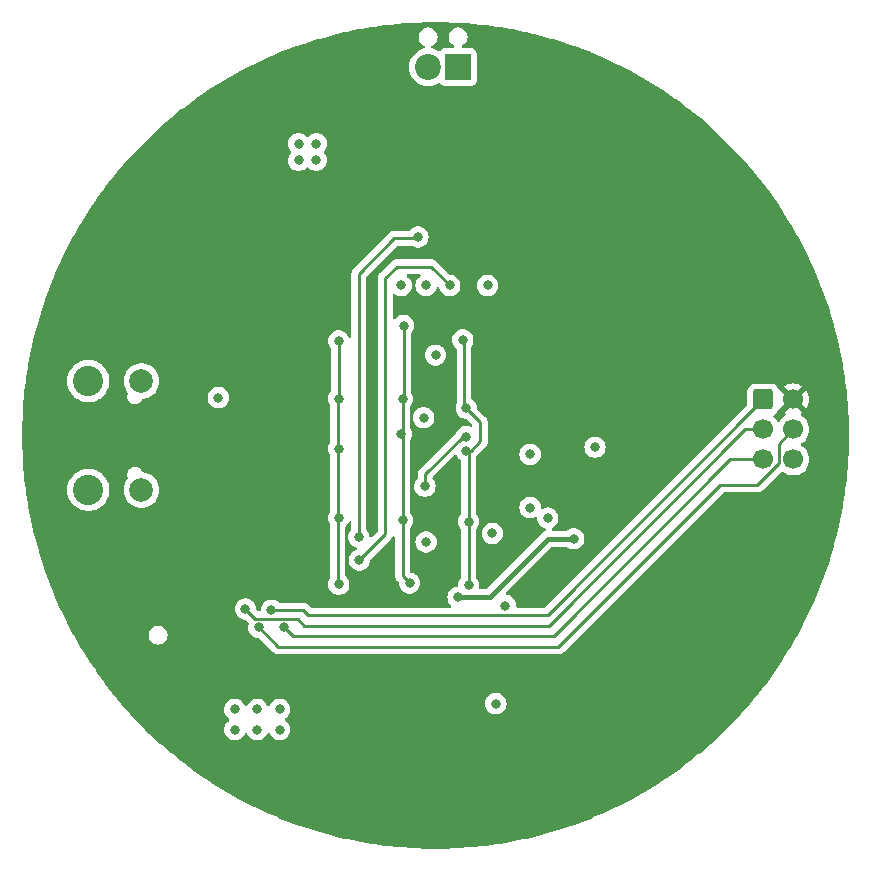
<source format=gbr>
%TF.GenerationSoftware,KiCad,Pcbnew,7.0.6-7.0.6~ubuntu20.04.1*%
%TF.CreationDate,2023-07-18T17:21:29-05:00*%
%TF.ProjectId,basic_microcontroller,62617369-635f-46d6-9963-726f636f6e74,rev?*%
%TF.SameCoordinates,Original*%
%TF.FileFunction,Copper,L3,Inr*%
%TF.FilePolarity,Positive*%
%FSLAX46Y46*%
G04 Gerber Fmt 4.6, Leading zero omitted, Abs format (unit mm)*
G04 Created by KiCad (PCBNEW 7.0.6-7.0.6~ubuntu20.04.1) date 2023-07-18 17:21:29*
%MOMM*%
%LPD*%
G01*
G04 APERTURE LIST*
G04 Aperture macros list*
%AMRoundRect*
0 Rectangle with rounded corners*
0 $1 Rounding radius*
0 $2 $3 $4 $5 $6 $7 $8 $9 X,Y pos of 4 corners*
0 Add a 4 corners polygon primitive as box body*
4,1,4,$2,$3,$4,$5,$6,$7,$8,$9,$2,$3,0*
0 Add four circle primitives for the rounded corners*
1,1,$1+$1,$2,$3*
1,1,$1+$1,$4,$5*
1,1,$1+$1,$6,$7*
1,1,$1+$1,$8,$9*
0 Add four rect primitives between the rounded corners*
20,1,$1+$1,$2,$3,$4,$5,0*
20,1,$1+$1,$4,$5,$6,$7,0*
20,1,$1+$1,$6,$7,$8,$9,0*
20,1,$1+$1,$8,$9,$2,$3,0*%
G04 Aperture macros list end*
%TA.AperFunction,ComponentPad*%
%ADD10R,2.200000X2.200000*%
%TD*%
%TA.AperFunction,ComponentPad*%
%ADD11C,2.200000*%
%TD*%
%TA.AperFunction,ComponentPad*%
%ADD12RoundRect,0.250000X-0.600000X-0.600000X0.600000X-0.600000X0.600000X0.600000X-0.600000X0.600000X0*%
%TD*%
%TA.AperFunction,ComponentPad*%
%ADD13C,1.700000*%
%TD*%
%TA.AperFunction,ComponentPad*%
%ADD14C,2.000000*%
%TD*%
%TA.AperFunction,ComponentPad*%
%ADD15C,2.565000*%
%TD*%
%TA.AperFunction,ViaPad*%
%ADD16C,0.800000*%
%TD*%
%TA.AperFunction,Conductor*%
%ADD17C,0.250000*%
%TD*%
%TA.AperFunction,Conductor*%
%ADD18C,0.400000*%
%TD*%
G04 APERTURE END LIST*
D10*
%TO.N,Net-(J3-Pin_1)*%
%TO.C,J3*%
X151900000Y-68800000D03*
D11*
%TO.N,GND*%
X149360000Y-68800000D03*
%TD*%
D12*
%TO.N,/MISO*%
%TO.C,J2*%
X177747500Y-96955000D03*
D13*
%TO.N,+5V*%
X180287500Y-96955000D03*
%TO.N,/SCK*%
X177747500Y-99495000D03*
%TO.N,/MOSI*%
X180287500Y-99495000D03*
%TO.N,/RESET*%
X177747500Y-102035000D03*
%TO.N,GND*%
X180287500Y-102035000D03*
%TD*%
D14*
%TO.N,Net-(J1-SHIELD)*%
%TO.C,J1*%
X125100000Y-95390000D03*
D15*
X120600000Y-95390000D03*
D14*
X125100000Y-104610000D03*
D15*
X120600000Y-104610000D03*
%TD*%
D16*
%TO.N,+5V*%
X156200000Y-87300000D03*
%TO.N,GND*%
X138400000Y-75300000D03*
X131600000Y-96800000D03*
X136800000Y-123200000D03*
X133000000Y-124900000D03*
X134900000Y-123200000D03*
X136800000Y-124900000D03*
X139900000Y-75300000D03*
X133000000Y-123200000D03*
X158000000Y-106100000D03*
X134900000Y-124900000D03*
X154400000Y-87300000D03*
X138400000Y-76700000D03*
X139900000Y-76700000D03*
%TO.N,Net-(U1-XTAL1)*%
X161700500Y-108749500D03*
X151900000Y-113700000D03*
%TO.N,Net-(U1-XTAL2)*%
X163500000Y-101000000D03*
X149200000Y-109024500D03*
%TO.N,+5V*%
X135900000Y-88700000D03*
X150600000Y-120800000D03*
X134300000Y-90100000D03*
X147500000Y-120800000D03*
X134300000Y-88700000D03*
X149000000Y-119400000D03*
X150500000Y-119400000D03*
X135900000Y-90100000D03*
X148500000Y-75700000D03*
X147500000Y-119400000D03*
X149000000Y-120800000D03*
%TO.N,/MISO*%
X136100000Y-114800000D03*
%TO.N,/SCK*%
X133900000Y-114700000D03*
%TO.N,/MOSI*%
X135037590Y-116249500D03*
%TO.N,/RESET*%
X137200000Y-116249500D03*
%TO.N,/LED_ROW1*%
X149200000Y-87300000D03*
%TO.N,/LED_ROW2*%
X150000000Y-93200000D03*
%TO.N,/LED_ROW3*%
X149000000Y-98500000D03*
%TO.N,/LED_ROW4*%
X149100000Y-104300000D03*
X152600000Y-100100000D03*
%TO.N,/LED_ROW5*%
X143537147Y-110562147D03*
X151200000Y-87300000D03*
%TO.N,/LED_COL1*%
X159500000Y-107000000D03*
%TO.N,/LED_COL2*%
X152800000Y-107300000D03*
X152300000Y-91900000D03*
X152600000Y-101300000D03*
X152800000Y-112700000D03*
X152600000Y-97700000D03*
%TO.N,/LED_COL3*%
X147100000Y-99900000D03*
X147200000Y-96900000D03*
X147200000Y-107200000D03*
X147300000Y-90700000D03*
X147800000Y-112500000D03*
%TO.N,/LED_COL4*%
X141800000Y-96875500D03*
X141800000Y-107000000D03*
X154800000Y-108300000D03*
X141800000Y-92000000D03*
X141800000Y-101112299D03*
X141800000Y-112600000D03*
%TO.N,/LED_COL5*%
X158000000Y-101600000D03*
%TO.N,/TRI_LED_B*%
X143500000Y-108600000D03*
X148500000Y-83200000D03*
%TO.N,Net-(J3-Pin_1)*%
X147100000Y-87300000D03*
%TO.N,/SDA*%
X155100000Y-122700000D03*
X155900000Y-114400000D03*
%TD*%
D17*
%TO.N,/LED_ROW5*%
X146700000Y-85700000D02*
X149600000Y-85700000D01*
X143537147Y-110562147D02*
X143537853Y-110562147D01*
X143537853Y-110562147D02*
X145750500Y-108349500D01*
X145750500Y-86649500D02*
X146700000Y-85700000D01*
X145750500Y-108349500D02*
X145750500Y-86649500D01*
X149600000Y-85700000D02*
X151200000Y-87300000D01*
%TO.N,/LED_COL4*%
X141700000Y-96875500D02*
X141700000Y-101100000D01*
X141700000Y-96875500D02*
X141800000Y-96775500D01*
X141800000Y-96775500D02*
X141800000Y-92000000D01*
X141700000Y-101100000D02*
X141712299Y-101112299D01*
D18*
%TO.N,Net-(U1-XTAL1)*%
X161700500Y-108749500D02*
X159550500Y-108749500D01*
X154600000Y-113700000D02*
X151900000Y-113700000D01*
X159550500Y-108749500D02*
X154600000Y-113700000D01*
D17*
%TO.N,/MISO*%
X159502500Y-115200000D02*
X177747500Y-96955000D01*
X139200000Y-115200000D02*
X159502500Y-115200000D01*
X136100000Y-114800000D02*
X138800000Y-114800000D01*
X138800000Y-114800000D02*
X139200000Y-115200000D01*
%TO.N,/SCK*%
X133900000Y-114700000D02*
X134730893Y-115530893D01*
X176205000Y-99495000D02*
X177747500Y-99495000D01*
X138900000Y-116100000D02*
X159600000Y-116100000D01*
X159600000Y-116100000D02*
X176205000Y-99495000D01*
X134737286Y-115524500D02*
X138324500Y-115524500D01*
X138324500Y-115524500D02*
X138900000Y-116100000D01*
X134730893Y-115530893D02*
X134737286Y-115524500D01*
%TO.N,/MOSI*%
X160400000Y-117900000D02*
X174100000Y-104200000D01*
X177244201Y-104200000D02*
X179100000Y-102344201D01*
X135037590Y-116249500D02*
X136688090Y-117900000D01*
X174100000Y-104200000D02*
X177244201Y-104200000D01*
X179100000Y-102344201D02*
X179100000Y-100682500D01*
X136688090Y-117900000D02*
X160400000Y-117900000D01*
X179100000Y-100682500D02*
X180287500Y-99495000D01*
%TO.N,/RESET*%
X174965000Y-102035000D02*
X177747500Y-102035000D01*
X160000000Y-117000000D02*
X174965000Y-102035000D01*
X137200000Y-116249500D02*
X137950500Y-117000000D01*
X137950500Y-117000000D02*
X160000000Y-117000000D01*
%TO.N,/LED_ROW4*%
X149100000Y-103300000D02*
X149100000Y-104300000D01*
X152300000Y-100100000D02*
X149100000Y-103300000D01*
X152400000Y-100100000D02*
X152300000Y-100100000D01*
%TO.N,/LED_COL2*%
X152400000Y-97500000D02*
X152600000Y-97700000D01*
X152300000Y-91900000D02*
X152400000Y-92000000D01*
X152600000Y-101300000D02*
X153000000Y-101300000D01*
X152800000Y-101500000D02*
X152600000Y-101300000D01*
X152800000Y-107300000D02*
X152800000Y-101500000D01*
X152800000Y-112700000D02*
X152800000Y-107300000D01*
X153800000Y-100500000D02*
X153800000Y-98900000D01*
X153000000Y-101300000D02*
X153800000Y-100500000D01*
X153800000Y-98900000D02*
X152600000Y-97700000D01*
X152400000Y-92000000D02*
X152400000Y-97500000D01*
%TO.N,/LED_COL3*%
X147100000Y-99900000D02*
X147200000Y-99800000D01*
X147800000Y-112500000D02*
X147200000Y-111900000D01*
X147200000Y-107200000D02*
X147200000Y-100000000D01*
X147300000Y-90700000D02*
X147300000Y-96800000D01*
X147200000Y-111900000D02*
X147200000Y-107200000D01*
X147300000Y-96800000D02*
X147200000Y-96900000D01*
X147200000Y-100000000D02*
X147100000Y-99900000D01*
X147200000Y-99800000D02*
X147200000Y-96900000D01*
%TO.N,/LED_COL4*%
X141700000Y-112500000D02*
X141800000Y-112600000D01*
X141700000Y-107000000D02*
X141700000Y-112500000D01*
X141700000Y-101124598D02*
X141700000Y-107000000D01*
X141712299Y-101112299D02*
X141700000Y-101124598D01*
%TO.N,/TRI_LED_B*%
X148500000Y-83300000D02*
X146500000Y-83300000D01*
X146500000Y-83300000D02*
X143500000Y-86300000D01*
X143500000Y-86300000D02*
X143500000Y-108600000D01*
%TD*%
%TA.AperFunction,Conductor*%
%TO.N,+5V*%
G36*
X179828007Y-97164844D02*
G01*
X179905739Y-97285798D01*
X180014400Y-97379952D01*
X180145185Y-97439680D01*
X180154966Y-97441086D01*
X179526125Y-98069925D01*
X179602094Y-98123119D01*
X179645719Y-98177696D01*
X179652913Y-98247194D01*
X179621390Y-98309549D01*
X179602095Y-98326269D01*
X179416094Y-98456508D01*
X179249005Y-98623597D01*
X179119075Y-98809158D01*
X179064498Y-98852783D01*
X178995000Y-98859977D01*
X178932645Y-98828454D01*
X178915925Y-98809158D01*
X178785994Y-98623597D01*
X178618898Y-98456501D01*
X178617530Y-98455354D01*
X178617092Y-98454696D01*
X178615073Y-98452677D01*
X178615478Y-98452271D01*
X178578830Y-98397182D01*
X178577724Y-98327321D01*
X178614563Y-98267952D01*
X178658237Y-98242662D01*
X178666834Y-98239814D01*
X178816156Y-98147712D01*
X178940212Y-98023656D01*
X179032314Y-97874334D01*
X179056294Y-97801965D01*
X179096065Y-97744523D01*
X179160581Y-97717699D01*
X179171361Y-97717585D01*
X179804423Y-97084523D01*
X179828007Y-97164844D01*
G37*
%TD.AperFunction*%
%TA.AperFunction,Conductor*%
G36*
X150709233Y-65009483D02*
G01*
X151654605Y-65041431D01*
X151890573Y-65053398D01*
X152834386Y-65117260D01*
X153069766Y-65137185D01*
X154010871Y-65232886D01*
X154245499Y-65260757D01*
X155182790Y-65388182D01*
X155416380Y-65423966D01*
X156348811Y-65582972D01*
X156348829Y-65582975D01*
X156581081Y-65626630D01*
X157507578Y-65817029D01*
X157738279Y-65868515D01*
X157872477Y-65900853D01*
X158657828Y-66090100D01*
X158886613Y-66149337D01*
X159798152Y-66401853D01*
X160024811Y-66468784D01*
X160927354Y-66751959D01*
X161151550Y-66826483D01*
X162044023Y-67139982D01*
X162265610Y-67222049D01*
X163146984Y-67565510D01*
X163212966Y-67592516D01*
X163365667Y-67655013D01*
X164234920Y-68028039D01*
X164450444Y-68124870D01*
X165306617Y-68527047D01*
X165518771Y-68631114D01*
X166360821Y-69061952D01*
X166569419Y-69173168D01*
X166790920Y-69296111D01*
X167396396Y-69632178D01*
X167601103Y-69750365D01*
X168401147Y-70230467D01*
X168412109Y-70237045D01*
X168583376Y-70343797D01*
X168612722Y-70362088D01*
X168649190Y-70385683D01*
X169406810Y-70875870D01*
X169603117Y-71007638D01*
X170303401Y-71495051D01*
X170379399Y-71547947D01*
X170571103Y-71686241D01*
X171328744Y-72252498D01*
X171515618Y-72397149D01*
X171904713Y-72708980D01*
X172253652Y-72988629D01*
X172253695Y-72988663D01*
X172435634Y-73139591D01*
X173153295Y-73755683D01*
X173276376Y-73865009D01*
X173330001Y-73912641D01*
X173691252Y-74244603D01*
X174026433Y-74552609D01*
X174026464Y-74552637D01*
X174197778Y-74715483D01*
X174281738Y-74798037D01*
X174872236Y-75378646D01*
X175037919Y-75547151D01*
X175468384Y-76000000D01*
X175689615Y-76232734D01*
X175849506Y-76406733D01*
X176477675Y-77113935D01*
X176631598Y-77293234D01*
X176697676Y-77372888D01*
X177235506Y-78021227D01*
X177383334Y-78205683D01*
X177962290Y-78953632D01*
X178103784Y-79142948D01*
X178657178Y-79910068D01*
X178792163Y-80104005D01*
X179319346Y-80889395D01*
X179447714Y-81087797D01*
X179948052Y-81890515D01*
X180069668Y-82093178D01*
X180542602Y-82912324D01*
X180657295Y-83118961D01*
X181102284Y-83953594D01*
X181209962Y-84164044D01*
X181626510Y-85013237D01*
X181726984Y-85227129D01*
X182114624Y-86089926D01*
X182207837Y-86307139D01*
X182566101Y-87182502D01*
X182651924Y-87402734D01*
X182980425Y-88289713D01*
X183058758Y-88512712D01*
X183357115Y-89410283D01*
X183427869Y-89635793D01*
X183695739Y-90542918D01*
X183758845Y-90770719D01*
X183981772Y-91631716D01*
X183995918Y-91686349D01*
X184051298Y-91916170D01*
X184257309Y-92839278D01*
X184304894Y-93070825D01*
X184479614Y-94000383D01*
X184519349Y-94233392D01*
X184662577Y-95168335D01*
X184694416Y-95402531D01*
X184805987Y-96341791D01*
X184829899Y-96576934D01*
X184909681Y-97519403D01*
X184925640Y-97755249D01*
X184973547Y-98699908D01*
X184981527Y-98936065D01*
X184999500Y-100000000D01*
X184981527Y-101063934D01*
X184973547Y-101300091D01*
X184925640Y-102244750D01*
X184909681Y-102480596D01*
X184829899Y-103423065D01*
X184805987Y-103658208D01*
X184694416Y-104597468D01*
X184662577Y-104831664D01*
X184519349Y-105766607D01*
X184479614Y-105999616D01*
X184304894Y-106929174D01*
X184257309Y-107160721D01*
X184051298Y-108083829D01*
X183995918Y-108313650D01*
X183758845Y-109229280D01*
X183695739Y-109457081D01*
X183427869Y-110364206D01*
X183357115Y-110589716D01*
X183058758Y-111487287D01*
X182980425Y-111710286D01*
X182651924Y-112597265D01*
X182566101Y-112817497D01*
X182207837Y-113692860D01*
X182114624Y-113910073D01*
X181726984Y-114772870D01*
X181626510Y-114986762D01*
X181209962Y-115835955D01*
X181102284Y-116046405D01*
X180657295Y-116881038D01*
X180542602Y-117087675D01*
X180069668Y-117906821D01*
X179948052Y-118109484D01*
X179447714Y-118912202D01*
X179319346Y-119110604D01*
X178792163Y-119895994D01*
X178657178Y-120089931D01*
X178103784Y-120857051D01*
X177962290Y-121046367D01*
X177383334Y-121794316D01*
X177235506Y-121978772D01*
X176631608Y-122706754D01*
X176477675Y-122886064D01*
X175849506Y-123593266D01*
X175689615Y-123767265D01*
X175037919Y-124452848D01*
X174872236Y-124621353D01*
X174197770Y-125284524D01*
X174026476Y-125447351D01*
X173330001Y-126087358D01*
X173153302Y-126244311D01*
X172435634Y-126860408D01*
X172253695Y-127011336D01*
X171515618Y-127602850D01*
X171328744Y-127747501D01*
X170571103Y-128313758D01*
X170379399Y-128452052D01*
X169603119Y-128992360D01*
X169406810Y-129124129D01*
X168612730Y-129637906D01*
X168412112Y-129762952D01*
X167601103Y-130249634D01*
X167396396Y-130367821D01*
X166569429Y-130826826D01*
X166360809Y-130938053D01*
X165518805Y-131368868D01*
X165306586Y-131472966D01*
X164450469Y-131875118D01*
X164234914Y-131971963D01*
X163365667Y-132344986D01*
X163146960Y-132434498D01*
X162265632Y-132777942D01*
X162044002Y-132860025D01*
X161151573Y-133173508D01*
X160927325Y-133248049D01*
X160024816Y-133531213D01*
X159798150Y-133598147D01*
X158886614Y-133850661D01*
X158657814Y-133909902D01*
X157738279Y-134131484D01*
X157507578Y-134182970D01*
X156581081Y-134373369D01*
X156348829Y-134417024D01*
X155416415Y-134576027D01*
X155288041Y-134595693D01*
X155182792Y-134611817D01*
X154245527Y-134739239D01*
X154010856Y-134767114D01*
X153069821Y-134862808D01*
X152834328Y-134882743D01*
X151890612Y-134946599D01*
X151654575Y-134958569D01*
X150709253Y-134990515D01*
X150472931Y-134994508D01*
X149527069Y-134994508D01*
X149521864Y-134994420D01*
X149290746Y-134990515D01*
X148345424Y-134958569D01*
X148109387Y-134946599D01*
X147165671Y-134882743D01*
X146930178Y-134862808D01*
X145989143Y-134767114D01*
X145779499Y-134742211D01*
X145754467Y-134739238D01*
X144817207Y-134611817D01*
X144755731Y-134602399D01*
X144583607Y-134576031D01*
X144179159Y-134507061D01*
X143651170Y-134417024D01*
X143418918Y-134373369D01*
X142492421Y-134182970D01*
X142261720Y-134131484D01*
X141342185Y-133909902D01*
X141113385Y-133850661D01*
X140201864Y-133598151D01*
X140116112Y-133572829D01*
X139975183Y-133531213D01*
X139072674Y-133248049D01*
X138848426Y-133173508D01*
X137955997Y-132860025D01*
X137734367Y-132777942D01*
X136853039Y-132434498D01*
X136634332Y-132344986D01*
X135765085Y-131971963D01*
X135549530Y-131875118D01*
X134693413Y-131472966D01*
X134481194Y-131368868D01*
X133639190Y-130938053D01*
X133430570Y-130826826D01*
X132603603Y-130367821D01*
X132398896Y-130249634D01*
X131587887Y-129762952D01*
X131387269Y-129637906D01*
X130593189Y-129124129D01*
X130396880Y-128992360D01*
X129620600Y-128452052D01*
X129428896Y-128313758D01*
X128671255Y-127747501D01*
X128484381Y-127602850D01*
X127746304Y-127011336D01*
X127564365Y-126860408D01*
X127343367Y-126670687D01*
X126846693Y-126244307D01*
X126740984Y-126150412D01*
X126669998Y-126087358D01*
X125973523Y-125447351D01*
X125957599Y-125432214D01*
X125802212Y-125284507D01*
X125770407Y-125253235D01*
X125411156Y-124900000D01*
X132094540Y-124900000D01*
X132114326Y-125088256D01*
X132114327Y-125088259D01*
X132172818Y-125268277D01*
X132172821Y-125268284D01*
X132267467Y-125432216D01*
X132281095Y-125447351D01*
X132394129Y-125572888D01*
X132547265Y-125684148D01*
X132547270Y-125684151D01*
X132720192Y-125761142D01*
X132720197Y-125761144D01*
X132905354Y-125800500D01*
X132905355Y-125800500D01*
X133094644Y-125800500D01*
X133094646Y-125800500D01*
X133279803Y-125761144D01*
X133452730Y-125684151D01*
X133605871Y-125572888D01*
X133732533Y-125432216D01*
X133827179Y-125268284D01*
X133832068Y-125253235D01*
X133871506Y-125195560D01*
X133935865Y-125168361D01*
X134004711Y-125180275D01*
X134056187Y-125227520D01*
X134067931Y-125253235D01*
X134072818Y-125268278D01*
X134072821Y-125268284D01*
X134167467Y-125432216D01*
X134181095Y-125447351D01*
X134294129Y-125572888D01*
X134447265Y-125684148D01*
X134447270Y-125684151D01*
X134620192Y-125761142D01*
X134620197Y-125761144D01*
X134805354Y-125800500D01*
X134805355Y-125800500D01*
X134994644Y-125800500D01*
X134994646Y-125800500D01*
X135179803Y-125761144D01*
X135352730Y-125684151D01*
X135505871Y-125572888D01*
X135632533Y-125432216D01*
X135727179Y-125268284D01*
X135732068Y-125253235D01*
X135771506Y-125195560D01*
X135835865Y-125168361D01*
X135904711Y-125180275D01*
X135956187Y-125227520D01*
X135967931Y-125253235D01*
X135972818Y-125268278D01*
X135972821Y-125268284D01*
X136067467Y-125432216D01*
X136081095Y-125447351D01*
X136194129Y-125572888D01*
X136347265Y-125684148D01*
X136347270Y-125684151D01*
X136520192Y-125761142D01*
X136520197Y-125761144D01*
X136705354Y-125800500D01*
X136705355Y-125800500D01*
X136894644Y-125800500D01*
X136894646Y-125800500D01*
X137079803Y-125761144D01*
X137252730Y-125684151D01*
X137405871Y-125572888D01*
X137532533Y-125432216D01*
X137627179Y-125268284D01*
X137685674Y-125088256D01*
X137705460Y-124900000D01*
X137685674Y-124711744D01*
X137627179Y-124531716D01*
X137532533Y-124367784D01*
X137405871Y-124227112D01*
X137300173Y-124150318D01*
X137300172Y-124150317D01*
X137257507Y-124094987D01*
X137251528Y-124025373D01*
X137284134Y-123963578D01*
X137300160Y-123949691D01*
X137405871Y-123872888D01*
X137532533Y-123732216D01*
X137627179Y-123568284D01*
X137685674Y-123388256D01*
X137705460Y-123200000D01*
X137685674Y-123011744D01*
X137627179Y-122831716D01*
X137551133Y-122700000D01*
X154194540Y-122700000D01*
X154214326Y-122888256D01*
X154214327Y-122888259D01*
X154272818Y-123068277D01*
X154272821Y-123068284D01*
X154367467Y-123232216D01*
X154494129Y-123372887D01*
X154494129Y-123372888D01*
X154647265Y-123484148D01*
X154647270Y-123484151D01*
X154820192Y-123561142D01*
X154820197Y-123561144D01*
X155005354Y-123600500D01*
X155005355Y-123600500D01*
X155194644Y-123600500D01*
X155194646Y-123600500D01*
X155379803Y-123561144D01*
X155552730Y-123484151D01*
X155705871Y-123372888D01*
X155832533Y-123232216D01*
X155927179Y-123068284D01*
X155985674Y-122888256D01*
X156005460Y-122700000D01*
X155985674Y-122511744D01*
X155927179Y-122331716D01*
X155832533Y-122167784D01*
X155705871Y-122027112D01*
X155705870Y-122027111D01*
X155552734Y-121915851D01*
X155552729Y-121915848D01*
X155379807Y-121838857D01*
X155379802Y-121838855D01*
X155234000Y-121807865D01*
X155194646Y-121799500D01*
X155005354Y-121799500D01*
X154972897Y-121806398D01*
X154820197Y-121838855D01*
X154820192Y-121838857D01*
X154647270Y-121915848D01*
X154647265Y-121915851D01*
X154494129Y-122027111D01*
X154367466Y-122167785D01*
X154272821Y-122331715D01*
X154272818Y-122331722D01*
X154214327Y-122511740D01*
X154214326Y-122511744D01*
X154194540Y-122700000D01*
X137551133Y-122700000D01*
X137532533Y-122667784D01*
X137405871Y-122527112D01*
X137384719Y-122511744D01*
X137252734Y-122415851D01*
X137252729Y-122415848D01*
X137079807Y-122338857D01*
X137079802Y-122338855D01*
X136934001Y-122307865D01*
X136894646Y-122299500D01*
X136705354Y-122299500D01*
X136672897Y-122306398D01*
X136520197Y-122338855D01*
X136520192Y-122338857D01*
X136347270Y-122415848D01*
X136347265Y-122415851D01*
X136194129Y-122527111D01*
X136067466Y-122667785D01*
X135972821Y-122831715D01*
X135972820Y-122831717D01*
X135967931Y-122846766D01*
X135928492Y-122904440D01*
X135864133Y-122931638D01*
X135795287Y-122919723D01*
X135743812Y-122872478D01*
X135732069Y-122846766D01*
X135727179Y-122831717D01*
X135727178Y-122831715D01*
X135655032Y-122706754D01*
X135632533Y-122667784D01*
X135505871Y-122527112D01*
X135484719Y-122511744D01*
X135352734Y-122415851D01*
X135352729Y-122415848D01*
X135179807Y-122338857D01*
X135179802Y-122338855D01*
X135034000Y-122307865D01*
X134994646Y-122299500D01*
X134805354Y-122299500D01*
X134772897Y-122306398D01*
X134620197Y-122338855D01*
X134620192Y-122338857D01*
X134447270Y-122415848D01*
X134447265Y-122415851D01*
X134294129Y-122527111D01*
X134167466Y-122667785D01*
X134072821Y-122831715D01*
X134072820Y-122831717D01*
X134067931Y-122846766D01*
X134028492Y-122904440D01*
X133964133Y-122931638D01*
X133895287Y-122919723D01*
X133843812Y-122872478D01*
X133832069Y-122846766D01*
X133827179Y-122831717D01*
X133827178Y-122831715D01*
X133755032Y-122706754D01*
X133732533Y-122667784D01*
X133605871Y-122527112D01*
X133584719Y-122511744D01*
X133452734Y-122415851D01*
X133452729Y-122415848D01*
X133279807Y-122338857D01*
X133279802Y-122338855D01*
X133134000Y-122307865D01*
X133094646Y-122299500D01*
X132905354Y-122299500D01*
X132872897Y-122306398D01*
X132720197Y-122338855D01*
X132720192Y-122338857D01*
X132547270Y-122415848D01*
X132547265Y-122415851D01*
X132394129Y-122527111D01*
X132267466Y-122667785D01*
X132172821Y-122831715D01*
X132172818Y-122831722D01*
X132140354Y-122931638D01*
X132114326Y-123011744D01*
X132094540Y-123200000D01*
X132114326Y-123388256D01*
X132114327Y-123388259D01*
X132172818Y-123568277D01*
X132172821Y-123568284D01*
X132267467Y-123732216D01*
X132394129Y-123872888D01*
X132469705Y-123927797D01*
X132499827Y-123949682D01*
X132542492Y-124005012D01*
X132548471Y-124074626D01*
X132515865Y-124136421D01*
X132499827Y-124150318D01*
X132394127Y-124227113D01*
X132267466Y-124367785D01*
X132172821Y-124531715D01*
X132172818Y-124531722D01*
X132140354Y-124631638D01*
X132114326Y-124711744D01*
X132094540Y-124900000D01*
X125411156Y-124900000D01*
X125411155Y-124899999D01*
X125127763Y-124621353D01*
X124962080Y-124452848D01*
X124496994Y-123963578D01*
X124310371Y-123767250D01*
X124150493Y-123593266D01*
X123562805Y-122931638D01*
X123522321Y-122886060D01*
X123368391Y-122706754D01*
X123362788Y-122700000D01*
X122764493Y-121978772D01*
X122616665Y-121794316D01*
X122037709Y-121046367D01*
X121896209Y-120857043D01*
X121636836Y-120497497D01*
X121342821Y-120089931D01*
X121207836Y-119895994D01*
X120680653Y-119110604D01*
X120552290Y-118912209D01*
X120051948Y-118109484D01*
X119930331Y-117906821D01*
X119639024Y-117402262D01*
X119457392Y-117087667D01*
X119365655Y-116922388D01*
X119353230Y-116900003D01*
X125694435Y-116900003D01*
X125714630Y-117079249D01*
X125714631Y-117079254D01*
X125774211Y-117249523D01*
X125870183Y-117402262D01*
X125870184Y-117402262D01*
X125997738Y-117529816D01*
X126150478Y-117625789D01*
X126320745Y-117685368D01*
X126320750Y-117685369D01*
X126411246Y-117695565D01*
X126455040Y-117700499D01*
X126455043Y-117700500D01*
X126455046Y-117700500D01*
X126544957Y-117700500D01*
X126544958Y-117700499D01*
X126612104Y-117692934D01*
X126679249Y-117685369D01*
X126679252Y-117685368D01*
X126679255Y-117685368D01*
X126849522Y-117625789D01*
X127002262Y-117529816D01*
X127129816Y-117402262D01*
X127225789Y-117249522D01*
X127285368Y-117079255D01*
X127285369Y-117079249D01*
X127305565Y-116900003D01*
X127305565Y-116899996D01*
X127285369Y-116720750D01*
X127285368Y-116720745D01*
X127225788Y-116550476D01*
X127129815Y-116397737D01*
X127002262Y-116270184D01*
X126849523Y-116174211D01*
X126679254Y-116114631D01*
X126679249Y-116114630D01*
X126544960Y-116099500D01*
X126544954Y-116099500D01*
X126455046Y-116099500D01*
X126455039Y-116099500D01*
X126320750Y-116114630D01*
X126320745Y-116114631D01*
X126150476Y-116174211D01*
X125997737Y-116270184D01*
X125870184Y-116397737D01*
X125774211Y-116550476D01*
X125714631Y-116720745D01*
X125714630Y-116720750D01*
X125694435Y-116899996D01*
X125694435Y-116900003D01*
X119353230Y-116900003D01*
X119342704Y-116881038D01*
X118897712Y-116046399D01*
X118790037Y-115835955D01*
X118692356Y-115636819D01*
X118373489Y-114986762D01*
X118273015Y-114772870D01*
X118240276Y-114700000D01*
X132994540Y-114700000D01*
X133014326Y-114888256D01*
X133014327Y-114888259D01*
X133072818Y-115068277D01*
X133072821Y-115068284D01*
X133167467Y-115232216D01*
X133294128Y-115372887D01*
X133294129Y-115372888D01*
X133447265Y-115484148D01*
X133447270Y-115484151D01*
X133620192Y-115561142D01*
X133620197Y-115561144D01*
X133805354Y-115600500D01*
X133864547Y-115600500D01*
X133931586Y-115620185D01*
X133952228Y-115636819D01*
X134153298Y-115837889D01*
X134186783Y-115899212D01*
X134183548Y-115963887D01*
X134151917Y-116061239D01*
X134151916Y-116061241D01*
X134151916Y-116061244D01*
X134132130Y-116249500D01*
X134151916Y-116437756D01*
X134151917Y-116437759D01*
X134210408Y-116617777D01*
X134210411Y-116617784D01*
X134305057Y-116781716D01*
X134423220Y-116912949D01*
X134431719Y-116922388D01*
X134584855Y-117033648D01*
X134584860Y-117033651D01*
X134757782Y-117110642D01*
X134757787Y-117110644D01*
X134942944Y-117150000D01*
X135002138Y-117150000D01*
X135069177Y-117169685D01*
X135089819Y-117186319D01*
X136187287Y-118283788D01*
X136197112Y-118296051D01*
X136197333Y-118295869D01*
X136202304Y-118301878D01*
X136223133Y-118321437D01*
X136252725Y-118349226D01*
X136273619Y-118370120D01*
X136279101Y-118374373D01*
X136283533Y-118378157D01*
X136317508Y-118410062D01*
X136335066Y-118419714D01*
X136351325Y-118430395D01*
X136367154Y-118442673D01*
X136409928Y-118461182D01*
X136415146Y-118463738D01*
X136455998Y-118486197D01*
X136475406Y-118491180D01*
X136493807Y-118497480D01*
X136512194Y-118505437D01*
X136555578Y-118512308D01*
X136558209Y-118512725D01*
X136563929Y-118513909D01*
X136609071Y-118525500D01*
X136629106Y-118525500D01*
X136648504Y-118527026D01*
X136668284Y-118530159D01*
X136668285Y-118530160D01*
X136668285Y-118530159D01*
X136668286Y-118530160D01*
X136714673Y-118525775D01*
X136720512Y-118525500D01*
X160317257Y-118525500D01*
X160332877Y-118527224D01*
X160332904Y-118526939D01*
X160340660Y-118527671D01*
X160340667Y-118527673D01*
X160409814Y-118525500D01*
X160439350Y-118525500D01*
X160446228Y-118524630D01*
X160452041Y-118524172D01*
X160498627Y-118522709D01*
X160517869Y-118517117D01*
X160536912Y-118513174D01*
X160556792Y-118510664D01*
X160600122Y-118493507D01*
X160605646Y-118491617D01*
X160609396Y-118490527D01*
X160650390Y-118478618D01*
X160667629Y-118468422D01*
X160685103Y-118459862D01*
X160703727Y-118452488D01*
X160703727Y-118452487D01*
X160703732Y-118452486D01*
X160741449Y-118425082D01*
X160746305Y-118421892D01*
X160786420Y-118398170D01*
X160800589Y-118383999D01*
X160815379Y-118371368D01*
X160831587Y-118359594D01*
X160861299Y-118323676D01*
X160865212Y-118319376D01*
X174322771Y-104861819D01*
X174384095Y-104828334D01*
X174410453Y-104825500D01*
X177161458Y-104825500D01*
X177177078Y-104827224D01*
X177177105Y-104826939D01*
X177184861Y-104827671D01*
X177184868Y-104827673D01*
X177254015Y-104825500D01*
X177283551Y-104825500D01*
X177290429Y-104824630D01*
X177296242Y-104824172D01*
X177342828Y-104822709D01*
X177362070Y-104817117D01*
X177381113Y-104813174D01*
X177400993Y-104810664D01*
X177444323Y-104793507D01*
X177449847Y-104791617D01*
X177453597Y-104790527D01*
X177494591Y-104778618D01*
X177511830Y-104768422D01*
X177529304Y-104759862D01*
X177547928Y-104752488D01*
X177547928Y-104752487D01*
X177547933Y-104752486D01*
X177585650Y-104725082D01*
X177590506Y-104721892D01*
X177630621Y-104698170D01*
X177644790Y-104683999D01*
X177659580Y-104671368D01*
X177675788Y-104659594D01*
X177705500Y-104623676D01*
X177709413Y-104619376D01*
X179248319Y-103080470D01*
X179309640Y-103046987D01*
X179379332Y-103051971D01*
X179411455Y-103070688D01*
X179411664Y-103070390D01*
X179415233Y-103072889D01*
X179415703Y-103073163D01*
X179416100Y-103073496D01*
X179609665Y-103209032D01*
X179609667Y-103209033D01*
X179609670Y-103209035D01*
X179823837Y-103308903D01*
X180052092Y-103370063D01*
X180240418Y-103386539D01*
X180287499Y-103390659D01*
X180287500Y-103390659D01*
X180287501Y-103390659D01*
X180326734Y-103387226D01*
X180522908Y-103370063D01*
X180751163Y-103308903D01*
X180965330Y-103209035D01*
X181158901Y-103073495D01*
X181325995Y-102906401D01*
X181461535Y-102712830D01*
X181561403Y-102498663D01*
X181622563Y-102270408D01*
X181643159Y-102035000D01*
X181622563Y-101799592D01*
X181561403Y-101571337D01*
X181461535Y-101357171D01*
X181461152Y-101356623D01*
X181325994Y-101163597D01*
X181158902Y-100996506D01*
X181158901Y-100996505D01*
X180979066Y-100870583D01*
X180973341Y-100866574D01*
X180929716Y-100811997D01*
X180922524Y-100742498D01*
X180954046Y-100680144D01*
X180973336Y-100663428D01*
X181158901Y-100533495D01*
X181325995Y-100366401D01*
X181461535Y-100172830D01*
X181561403Y-99958663D01*
X181622563Y-99730408D01*
X181643159Y-99495000D01*
X181622563Y-99259592D01*
X181561403Y-99031337D01*
X181461535Y-98817171D01*
X181455925Y-98809158D01*
X181325994Y-98623597D01*
X181158902Y-98456506D01*
X181158901Y-98456505D01*
X180972905Y-98326269D01*
X180929281Y-98271692D01*
X180922088Y-98202193D01*
X180953610Y-98139839D01*
X180972905Y-98123119D01*
X181048873Y-98069925D01*
X180420033Y-97441086D01*
X180429815Y-97439680D01*
X180560600Y-97379952D01*
X180669261Y-97285798D01*
X180746993Y-97164844D01*
X180770576Y-97084524D01*
X181402425Y-97716373D01*
X181402426Y-97716373D01*
X181461098Y-97632582D01*
X181461100Y-97632578D01*
X181560929Y-97418492D01*
X181560933Y-97418483D01*
X181622067Y-97190326D01*
X181622069Y-97190315D01*
X181642657Y-96955001D01*
X181642657Y-96954998D01*
X181622069Y-96719684D01*
X181622067Y-96719673D01*
X181560933Y-96491516D01*
X181560929Y-96491507D01*
X181461100Y-96277423D01*
X181461099Y-96277421D01*
X181402425Y-96193626D01*
X181402425Y-96193625D01*
X180770576Y-96825475D01*
X180746993Y-96745156D01*
X180669261Y-96624202D01*
X180560600Y-96530048D01*
X180429815Y-96470320D01*
X180420033Y-96468913D01*
X181048873Y-95840073D01*
X181048873Y-95840072D01*
X180965083Y-95781402D01*
X180965079Y-95781400D01*
X180750992Y-95681570D01*
X180750983Y-95681566D01*
X180522826Y-95620432D01*
X180522815Y-95620430D01*
X180287502Y-95599843D01*
X180287498Y-95599843D01*
X180052184Y-95620430D01*
X180052173Y-95620432D01*
X179824016Y-95681566D01*
X179824007Y-95681570D01*
X179609919Y-95781401D01*
X179526125Y-95840072D01*
X180154966Y-96468913D01*
X180145185Y-96470320D01*
X180014400Y-96530048D01*
X179905739Y-96624202D01*
X179828007Y-96745156D01*
X179804423Y-96825475D01*
X179168155Y-96189208D01*
X179116306Y-96178788D01*
X179066123Y-96130173D01*
X179056293Y-96108031D01*
X179032314Y-96035666D01*
X178940212Y-95886344D01*
X178816156Y-95762288D01*
X178666834Y-95670186D01*
X178500297Y-95615001D01*
X178500295Y-95615000D01*
X178397510Y-95604500D01*
X177097498Y-95604500D01*
X177097481Y-95604501D01*
X176994703Y-95615000D01*
X176994700Y-95615001D01*
X176828168Y-95670185D01*
X176828163Y-95670187D01*
X176678842Y-95762289D01*
X176554789Y-95886342D01*
X176462687Y-96035663D01*
X176462685Y-96035666D01*
X176462686Y-96035666D01*
X176407501Y-96202203D01*
X176407501Y-96202204D01*
X176407500Y-96202204D01*
X176397000Y-96304983D01*
X176397000Y-97369546D01*
X176377315Y-97436585D01*
X176360681Y-97457227D01*
X159279728Y-114538181D01*
X159218405Y-114571666D01*
X159192047Y-114574500D01*
X156924835Y-114574500D01*
X156857796Y-114554815D01*
X156812041Y-114502011D01*
X156801514Y-114437540D01*
X156805460Y-114400000D01*
X156785674Y-114211744D01*
X156727179Y-114031716D01*
X156632533Y-113867784D01*
X156505871Y-113727112D01*
X156505870Y-113727111D01*
X156352734Y-113615851D01*
X156352729Y-113615848D01*
X156179807Y-113538857D01*
X156179802Y-113538855D01*
X156050215Y-113511311D01*
X155988733Y-113478119D01*
X155954957Y-113416956D01*
X155959609Y-113347241D01*
X155988313Y-113302342D01*
X159804337Y-109486319D01*
X159865661Y-109452834D01*
X159892019Y-109450000D01*
X161092344Y-109450000D01*
X161159383Y-109469685D01*
X161165229Y-109473682D01*
X161247765Y-109533648D01*
X161247770Y-109533651D01*
X161420692Y-109610642D01*
X161420697Y-109610644D01*
X161605854Y-109650000D01*
X161605855Y-109650000D01*
X161795144Y-109650000D01*
X161795146Y-109650000D01*
X161980303Y-109610644D01*
X162153230Y-109533651D01*
X162306371Y-109422388D01*
X162433033Y-109281716D01*
X162527679Y-109117784D01*
X162586174Y-108937756D01*
X162605960Y-108749500D01*
X162586174Y-108561244D01*
X162527679Y-108381216D01*
X162433033Y-108217284D01*
X162306371Y-108076612D01*
X162299952Y-108071948D01*
X162153234Y-107965351D01*
X162153229Y-107965348D01*
X161980307Y-107888357D01*
X161980302Y-107888355D01*
X161834500Y-107857365D01*
X161795146Y-107849000D01*
X161605854Y-107849000D01*
X161573397Y-107855898D01*
X161420697Y-107888355D01*
X161420692Y-107888357D01*
X161247770Y-107965348D01*
X161247765Y-107965351D01*
X161165229Y-108025318D01*
X161099423Y-108048798D01*
X161092344Y-108049000D01*
X159941244Y-108049000D01*
X159874205Y-108029315D01*
X159828450Y-107976511D01*
X159818506Y-107907353D01*
X159847531Y-107843797D01*
X159890808Y-107811721D01*
X159929571Y-107794462D01*
X159952730Y-107784151D01*
X160105871Y-107672888D01*
X160232533Y-107532216D01*
X160327179Y-107368284D01*
X160385674Y-107188256D01*
X160405460Y-107000000D01*
X160385674Y-106811744D01*
X160331112Y-106643823D01*
X160327181Y-106631722D01*
X160327180Y-106631719D01*
X160327179Y-106631716D01*
X160232533Y-106467784D01*
X160105871Y-106327112D01*
X160076615Y-106305856D01*
X159952734Y-106215851D01*
X159952729Y-106215848D01*
X159779807Y-106138857D01*
X159779802Y-106138855D01*
X159634001Y-106107865D01*
X159594646Y-106099500D01*
X159405354Y-106099500D01*
X159372897Y-106106398D01*
X159220197Y-106138855D01*
X159079346Y-106201567D01*
X159010096Y-106210851D01*
X158946820Y-106181223D01*
X158909607Y-106122088D01*
X158905590Y-106101248D01*
X158905459Y-106100005D01*
X158905460Y-106100000D01*
X158885674Y-105911744D01*
X158827179Y-105731716D01*
X158732533Y-105567784D01*
X158605871Y-105427112D01*
X158548988Y-105385784D01*
X158452734Y-105315851D01*
X158452729Y-105315848D01*
X158279807Y-105238857D01*
X158279802Y-105238855D01*
X158134001Y-105207865D01*
X158094646Y-105199500D01*
X157905354Y-105199500D01*
X157872897Y-105206398D01*
X157720197Y-105238855D01*
X157720192Y-105238857D01*
X157547270Y-105315848D01*
X157547265Y-105315851D01*
X157394129Y-105427111D01*
X157267466Y-105567785D01*
X157172821Y-105731715D01*
X157172818Y-105731722D01*
X157114327Y-105911740D01*
X157114326Y-105911744D01*
X157104218Y-106007916D01*
X157094593Y-106099500D01*
X157094540Y-106100000D01*
X157114326Y-106288256D01*
X157114327Y-106288259D01*
X157172818Y-106468277D01*
X157172821Y-106468284D01*
X157267467Y-106632216D01*
X157331830Y-106703698D01*
X157394129Y-106772888D01*
X157547265Y-106884148D01*
X157547270Y-106884151D01*
X157720192Y-106961142D01*
X157720197Y-106961144D01*
X157905354Y-107000500D01*
X157905355Y-107000500D01*
X158094644Y-107000500D01*
X158094646Y-107000500D01*
X158279803Y-106961144D01*
X158420652Y-106898432D01*
X158489902Y-106889148D01*
X158553178Y-106918776D01*
X158590392Y-106977910D01*
X158594409Y-106998751D01*
X158594540Y-106999998D01*
X158594540Y-107000000D01*
X158614326Y-107188256D01*
X158614327Y-107188259D01*
X158672818Y-107368277D01*
X158672821Y-107368284D01*
X158767467Y-107532216D01*
X158799937Y-107568277D01*
X158894129Y-107672888D01*
X159047265Y-107784148D01*
X159047270Y-107784151D01*
X159220192Y-107861142D01*
X159220193Y-107861142D01*
X159220197Y-107861144D01*
X159254510Y-107868437D01*
X159315990Y-107901628D01*
X159349768Y-107962791D01*
X159345116Y-108032505D01*
X159303513Y-108088638D01*
X159272703Y-108105668D01*
X159222566Y-108124683D01*
X159222561Y-108124686D01*
X159214222Y-108130442D01*
X159194690Y-108141459D01*
X159185446Y-108145620D01*
X159136624Y-108183868D01*
X159133609Y-108186086D01*
X159082568Y-108221318D01*
X159041442Y-108267740D01*
X159038875Y-108270466D01*
X154346162Y-112963181D01*
X154284839Y-112996666D01*
X154258481Y-112999500D01*
X153811697Y-112999500D01*
X153744658Y-112979815D01*
X153698903Y-112927011D01*
X153688376Y-112862541D01*
X153705460Y-112700000D01*
X153685674Y-112511744D01*
X153627179Y-112331716D01*
X153532533Y-112167784D01*
X153532398Y-112167634D01*
X153457350Y-112084284D01*
X153427120Y-112021292D01*
X153425500Y-112001312D01*
X153425500Y-108300000D01*
X153894540Y-108300000D01*
X153914326Y-108488256D01*
X153914327Y-108488259D01*
X153972818Y-108668277D01*
X153972821Y-108668284D01*
X154067467Y-108832216D01*
X154162496Y-108937756D01*
X154194129Y-108972888D01*
X154347265Y-109084148D01*
X154347270Y-109084151D01*
X154520192Y-109161142D01*
X154520197Y-109161144D01*
X154705354Y-109200500D01*
X154705355Y-109200500D01*
X154894644Y-109200500D01*
X154894646Y-109200500D01*
X155079803Y-109161144D01*
X155252730Y-109084151D01*
X155405871Y-108972888D01*
X155532533Y-108832216D01*
X155627179Y-108668284D01*
X155685674Y-108488256D01*
X155705460Y-108300000D01*
X155685674Y-108111744D01*
X155627179Y-107931716D01*
X155532533Y-107767784D01*
X155405871Y-107627112D01*
X155337754Y-107577622D01*
X155252734Y-107515851D01*
X155252729Y-107515848D01*
X155079807Y-107438857D01*
X155079802Y-107438855D01*
X154934001Y-107407865D01*
X154894646Y-107399500D01*
X154705354Y-107399500D01*
X154672897Y-107406398D01*
X154520197Y-107438855D01*
X154520192Y-107438857D01*
X154347270Y-107515848D01*
X154347265Y-107515851D01*
X154194129Y-107627111D01*
X154067466Y-107767785D01*
X153972821Y-107931715D01*
X153972818Y-107931722D01*
X153916300Y-108105668D01*
X153914326Y-108111744D01*
X153894540Y-108300000D01*
X153425500Y-108300000D01*
X153425500Y-107998687D01*
X153445185Y-107931648D01*
X153457350Y-107915715D01*
X153481985Y-107888355D01*
X153532533Y-107832216D01*
X153627179Y-107668284D01*
X153685674Y-107488256D01*
X153705460Y-107300000D01*
X153685674Y-107111744D01*
X153627179Y-106931716D01*
X153532533Y-106767784D01*
X153500964Y-106732723D01*
X153457350Y-106684284D01*
X153427120Y-106621292D01*
X153425500Y-106601312D01*
X153425500Y-101811593D01*
X153445185Y-101744554D01*
X153453943Y-101732568D01*
X153461300Y-101723675D01*
X153465201Y-101719387D01*
X153584588Y-101600000D01*
X157094540Y-101600000D01*
X157114326Y-101788256D01*
X157114327Y-101788259D01*
X157172818Y-101968277D01*
X157172821Y-101968284D01*
X157267467Y-102132216D01*
X157394129Y-102272888D01*
X157547265Y-102384148D01*
X157547270Y-102384151D01*
X157720192Y-102461142D01*
X157720197Y-102461144D01*
X157905354Y-102500500D01*
X157905355Y-102500500D01*
X158094644Y-102500500D01*
X158094646Y-102500500D01*
X158279803Y-102461144D01*
X158452730Y-102384151D01*
X158605871Y-102272888D01*
X158732533Y-102132216D01*
X158827179Y-101968284D01*
X158885674Y-101788256D01*
X158905460Y-101600000D01*
X158885674Y-101411744D01*
X158827179Y-101231716D01*
X158732533Y-101067784D01*
X158671500Y-101000000D01*
X162594540Y-101000000D01*
X162614326Y-101188256D01*
X162614327Y-101188259D01*
X162672818Y-101368277D01*
X162672821Y-101368284D01*
X162767467Y-101532216D01*
X162875614Y-101652325D01*
X162894129Y-101672888D01*
X163047265Y-101784148D01*
X163047270Y-101784151D01*
X163220192Y-101861142D01*
X163220197Y-101861144D01*
X163405354Y-101900500D01*
X163405355Y-101900500D01*
X163594644Y-101900500D01*
X163594646Y-101900500D01*
X163779803Y-101861144D01*
X163952730Y-101784151D01*
X164105871Y-101672888D01*
X164232533Y-101532216D01*
X164327179Y-101368284D01*
X164385674Y-101188256D01*
X164405460Y-101000000D01*
X164385674Y-100811744D01*
X164327179Y-100631716D01*
X164232533Y-100467784D01*
X164105871Y-100327112D01*
X164093105Y-100317837D01*
X163952734Y-100215851D01*
X163952729Y-100215848D01*
X163779807Y-100138857D01*
X163779802Y-100138855D01*
X163634001Y-100107865D01*
X163594646Y-100099500D01*
X163405354Y-100099500D01*
X163372897Y-100106398D01*
X163220197Y-100138855D01*
X163220192Y-100138857D01*
X163047270Y-100215848D01*
X163047265Y-100215851D01*
X162894129Y-100327111D01*
X162767466Y-100467785D01*
X162672821Y-100631715D01*
X162672818Y-100631722D01*
X162622203Y-100787500D01*
X162614326Y-100811744D01*
X162594540Y-101000000D01*
X158671500Y-101000000D01*
X158605871Y-100927112D01*
X158601647Y-100924043D01*
X158452734Y-100815851D01*
X158452729Y-100815848D01*
X158279807Y-100738857D01*
X158279802Y-100738855D01*
X158112241Y-100703240D01*
X158094646Y-100699500D01*
X157905354Y-100699500D01*
X157887759Y-100703240D01*
X157720197Y-100738855D01*
X157720192Y-100738857D01*
X157547270Y-100815848D01*
X157547265Y-100815851D01*
X157394129Y-100927111D01*
X157267466Y-101067785D01*
X157172821Y-101231715D01*
X157172818Y-101231722D01*
X157118061Y-101400248D01*
X157114326Y-101411744D01*
X157094540Y-101600000D01*
X153584588Y-101600000D01*
X154183787Y-101000802D01*
X154196042Y-100990986D01*
X154195859Y-100990764D01*
X154201866Y-100985792D01*
X154201877Y-100985786D01*
X154232775Y-100952882D01*
X154249227Y-100935364D01*
X154259671Y-100924918D01*
X154270120Y-100914471D01*
X154274379Y-100908978D01*
X154278152Y-100904561D01*
X154310062Y-100870582D01*
X154319715Y-100853020D01*
X154330389Y-100836770D01*
X154342673Y-100820936D01*
X154361180Y-100778167D01*
X154363749Y-100772924D01*
X154379642Y-100744015D01*
X154386197Y-100732092D01*
X154391177Y-100712691D01*
X154397478Y-100694288D01*
X154405438Y-100675896D01*
X154412730Y-100629849D01*
X154413911Y-100624152D01*
X154425500Y-100579019D01*
X154425500Y-100558982D01*
X154427027Y-100539582D01*
X154430160Y-100519804D01*
X154425775Y-100473415D01*
X154425500Y-100467577D01*
X154425500Y-98982737D01*
X154427224Y-98967123D01*
X154426938Y-98967096D01*
X154427672Y-98959333D01*
X154425500Y-98890203D01*
X154425500Y-98860651D01*
X154425500Y-98860650D01*
X154424629Y-98853759D01*
X154424172Y-98847945D01*
X154422709Y-98801372D01*
X154417122Y-98782144D01*
X154413174Y-98763084D01*
X154410664Y-98743208D01*
X154393507Y-98699875D01*
X154391619Y-98694359D01*
X154378619Y-98649612D01*
X154368418Y-98632363D01*
X154359860Y-98614894D01*
X154352486Y-98596268D01*
X154352483Y-98596264D01*
X154352483Y-98596263D01*
X154325098Y-98558571D01*
X154321890Y-98553687D01*
X154298172Y-98513582D01*
X154298163Y-98513571D01*
X154284005Y-98499413D01*
X154271370Y-98484620D01*
X154259593Y-98468412D01*
X154223693Y-98438713D01*
X154219381Y-98434790D01*
X153538960Y-97754369D01*
X153505475Y-97693046D01*
X153503323Y-97679668D01*
X153485674Y-97511744D01*
X153428269Y-97335070D01*
X153427181Y-97331722D01*
X153427180Y-97331721D01*
X153427179Y-97331716D01*
X153332533Y-97167784D01*
X153205871Y-97027112D01*
X153139886Y-96979171D01*
X153076614Y-96933201D01*
X153033949Y-96877871D01*
X153025500Y-96832883D01*
X153025500Y-92477622D01*
X153042112Y-92415623D01*
X153127179Y-92268284D01*
X153185674Y-92088256D01*
X153205460Y-91900000D01*
X153185674Y-91711744D01*
X153127179Y-91531716D01*
X153032533Y-91367784D01*
X152905871Y-91227112D01*
X152890369Y-91215849D01*
X152752734Y-91115851D01*
X152752729Y-91115848D01*
X152579807Y-91038857D01*
X152579802Y-91038855D01*
X152434001Y-91007865D01*
X152394646Y-90999500D01*
X152205354Y-90999500D01*
X152172897Y-91006398D01*
X152020197Y-91038855D01*
X152020192Y-91038857D01*
X151847270Y-91115848D01*
X151847265Y-91115851D01*
X151694129Y-91227111D01*
X151567466Y-91367785D01*
X151472821Y-91531715D01*
X151472818Y-91531722D01*
X151422577Y-91686349D01*
X151414326Y-91711744D01*
X151394540Y-91900000D01*
X151414326Y-92088256D01*
X151414327Y-92088259D01*
X151472818Y-92268277D01*
X151472821Y-92268284D01*
X151567467Y-92432216D01*
X151694129Y-92572888D01*
X151706512Y-92581884D01*
X151723385Y-92594144D01*
X151766051Y-92649473D01*
X151774500Y-92694462D01*
X151774500Y-97306908D01*
X151768431Y-97345226D01*
X151726951Y-97472888D01*
X151714326Y-97511744D01*
X151694540Y-97700000D01*
X151714326Y-97888256D01*
X151714327Y-97888259D01*
X151772818Y-98068277D01*
X151772821Y-98068284D01*
X151867467Y-98232216D01*
X151939071Y-98311740D01*
X151994129Y-98372888D01*
X152147265Y-98484148D01*
X152147270Y-98484151D01*
X152320192Y-98561142D01*
X152320197Y-98561144D01*
X152505354Y-98600500D01*
X152564548Y-98600500D01*
X152631587Y-98620185D01*
X152652229Y-98636819D01*
X153081704Y-99066294D01*
X153115189Y-99127617D01*
X153110205Y-99197309D01*
X153068333Y-99253242D01*
X153002869Y-99277659D01*
X152943587Y-99267255D01*
X152926376Y-99259592D01*
X152879803Y-99238856D01*
X152879801Y-99238855D01*
X152879800Y-99238855D01*
X152763102Y-99214050D01*
X152694646Y-99199500D01*
X152505354Y-99199500D01*
X152472897Y-99206398D01*
X152320197Y-99238855D01*
X152320192Y-99238857D01*
X152147270Y-99315848D01*
X152147265Y-99315851D01*
X151994129Y-99427111D01*
X151867465Y-99567785D01*
X151769572Y-99737343D01*
X151768888Y-99736948D01*
X151747845Y-99767562D01*
X148716208Y-102799199D01*
X148703951Y-102809020D01*
X148704134Y-102809241D01*
X148698123Y-102814213D01*
X148650772Y-102864636D01*
X148629889Y-102885519D01*
X148629877Y-102885532D01*
X148625621Y-102891017D01*
X148621837Y-102895447D01*
X148589937Y-102929418D01*
X148589936Y-102929420D01*
X148580284Y-102946976D01*
X148569610Y-102963226D01*
X148557329Y-102979061D01*
X148557324Y-102979068D01*
X148538815Y-103021838D01*
X148536245Y-103027084D01*
X148513803Y-103067906D01*
X148508822Y-103087307D01*
X148502521Y-103105710D01*
X148494562Y-103124102D01*
X148494561Y-103124105D01*
X148487271Y-103170127D01*
X148486087Y-103175846D01*
X148474501Y-103220972D01*
X148474500Y-103220982D01*
X148474500Y-103241016D01*
X148472973Y-103260415D01*
X148469840Y-103280194D01*
X148469840Y-103280195D01*
X148474225Y-103326583D01*
X148474500Y-103332421D01*
X148474500Y-103601312D01*
X148454815Y-103668351D01*
X148442650Y-103684284D01*
X148367466Y-103767784D01*
X148272821Y-103931715D01*
X148272818Y-103931722D01*
X148223669Y-104082989D01*
X148214326Y-104111744D01*
X148194540Y-104300000D01*
X148214326Y-104488256D01*
X148214327Y-104488259D01*
X148272818Y-104668277D01*
X148272821Y-104668284D01*
X148367467Y-104832216D01*
X148390525Y-104857824D01*
X148494129Y-104972888D01*
X148647265Y-105084148D01*
X148647270Y-105084151D01*
X148820192Y-105161142D01*
X148820197Y-105161144D01*
X149005354Y-105200500D01*
X149005355Y-105200500D01*
X149194644Y-105200500D01*
X149194646Y-105200500D01*
X149379803Y-105161144D01*
X149552730Y-105084151D01*
X149705871Y-104972888D01*
X149832533Y-104832216D01*
X149927179Y-104668284D01*
X149985674Y-104488256D01*
X150005460Y-104300000D01*
X149985674Y-104111744D01*
X149927179Y-103931716D01*
X149832533Y-103767784D01*
X149761680Y-103689093D01*
X149731450Y-103626101D01*
X149740076Y-103556766D01*
X149766146Y-103518443D01*
X151601266Y-101683323D01*
X151662587Y-101649840D01*
X151732279Y-101654824D01*
X151788212Y-101696696D01*
X151796330Y-101709003D01*
X151867467Y-101832216D01*
X151934588Y-101906761D01*
X151994129Y-101972888D01*
X152123384Y-102066797D01*
X152166050Y-102122127D01*
X152174499Y-102167115D01*
X152174499Y-106601312D01*
X152154814Y-106668351D01*
X152142650Y-106684283D01*
X152067466Y-106767785D01*
X151972821Y-106931715D01*
X151972818Y-106931722D01*
X151914327Y-107111740D01*
X151914326Y-107111744D01*
X151894540Y-107300000D01*
X151914326Y-107488256D01*
X151914327Y-107488259D01*
X151972818Y-107668277D01*
X151972821Y-107668284D01*
X152067467Y-107832216D01*
X152093514Y-107861144D01*
X152142650Y-107915715D01*
X152172880Y-107978706D01*
X152174500Y-107998687D01*
X152174500Y-112001312D01*
X152154815Y-112068351D01*
X152142650Y-112084284D01*
X152067466Y-112167784D01*
X151972821Y-112331715D01*
X151972818Y-112331722D01*
X151914327Y-112511740D01*
X151914326Y-112511744D01*
X151905338Y-112597265D01*
X151895298Y-112692786D01*
X151868713Y-112757400D01*
X151811416Y-112797385D01*
X151797758Y-112801114D01*
X151620197Y-112838855D01*
X151620192Y-112838857D01*
X151447270Y-112915848D01*
X151447265Y-112915851D01*
X151294129Y-113027111D01*
X151167466Y-113167785D01*
X151072821Y-113331715D01*
X151072818Y-113331722D01*
X151014327Y-113511740D01*
X151014326Y-113511744D01*
X150994540Y-113700000D01*
X151014326Y-113888256D01*
X151014327Y-113888259D01*
X151072818Y-114068277D01*
X151072821Y-114068284D01*
X151167467Y-114232216D01*
X151274217Y-114350773D01*
X151289303Y-114367528D01*
X151319533Y-114430519D01*
X151310908Y-114499854D01*
X151266167Y-114553520D01*
X151199514Y-114574478D01*
X151197153Y-114574500D01*
X139510453Y-114574500D01*
X139443414Y-114554815D01*
X139422772Y-114538181D01*
X139300803Y-114416212D01*
X139290980Y-114403950D01*
X139290759Y-114404134D01*
X139285786Y-114398123D01*
X139280159Y-114392839D01*
X139235364Y-114350773D01*
X139224919Y-114340328D01*
X139214475Y-114329883D01*
X139208986Y-114325625D01*
X139204561Y-114321847D01*
X139170582Y-114289938D01*
X139170580Y-114289936D01*
X139170577Y-114289935D01*
X139153029Y-114280288D01*
X139136763Y-114269604D01*
X139120933Y-114257325D01*
X139078168Y-114238818D01*
X139072922Y-114236248D01*
X139032093Y-114213803D01*
X139032092Y-114213802D01*
X139012693Y-114208822D01*
X138994281Y-114202518D01*
X138975898Y-114194562D01*
X138975892Y-114194560D01*
X138929874Y-114187272D01*
X138924152Y-114186087D01*
X138879021Y-114174500D01*
X138879019Y-114174500D01*
X138858984Y-114174500D01*
X138839586Y-114172973D01*
X138832162Y-114171797D01*
X138819805Y-114169840D01*
X138819804Y-114169840D01*
X138773416Y-114174225D01*
X138767578Y-114174500D01*
X136803748Y-114174500D01*
X136736709Y-114154815D01*
X136711600Y-114133474D01*
X136705873Y-114127114D01*
X136705869Y-114127110D01*
X136552734Y-114015851D01*
X136552729Y-114015848D01*
X136379807Y-113938857D01*
X136379802Y-113938855D01*
X136234001Y-113907865D01*
X136194646Y-113899500D01*
X136005354Y-113899500D01*
X135972897Y-113906398D01*
X135820197Y-113938855D01*
X135820192Y-113938857D01*
X135647270Y-114015848D01*
X135647265Y-114015851D01*
X135494129Y-114127111D01*
X135367466Y-114267785D01*
X135272821Y-114431715D01*
X135272818Y-114431722D01*
X135226427Y-114574500D01*
X135214326Y-114611744D01*
X135195805Y-114787963D01*
X135169222Y-114852576D01*
X135111924Y-114892561D01*
X135072485Y-114899000D01*
X135034953Y-114899000D01*
X134967914Y-114879315D01*
X134947272Y-114862681D01*
X134838960Y-114754369D01*
X134805475Y-114693046D01*
X134803323Y-114679668D01*
X134785674Y-114511744D01*
X134727179Y-114331716D01*
X134632533Y-114167784D01*
X134505871Y-114027112D01*
X134490369Y-114015849D01*
X134352734Y-113915851D01*
X134352729Y-113915848D01*
X134179807Y-113838857D01*
X134179802Y-113838855D01*
X134034000Y-113807865D01*
X133994646Y-113799500D01*
X133805354Y-113799500D01*
X133772897Y-113806398D01*
X133620197Y-113838855D01*
X133620192Y-113838857D01*
X133447270Y-113915848D01*
X133447265Y-113915851D01*
X133294129Y-114027111D01*
X133167466Y-114167785D01*
X133072821Y-114331715D01*
X133072818Y-114331722D01*
X133018189Y-114499854D01*
X133014326Y-114511744D01*
X132994540Y-114700000D01*
X118240276Y-114700000D01*
X117885365Y-113910051D01*
X117792162Y-113692860D01*
X117729132Y-113538857D01*
X117577262Y-113167784D01*
X117433898Y-112817497D01*
X117383535Y-112688259D01*
X117349141Y-112600000D01*
X140894540Y-112600000D01*
X140914326Y-112788256D01*
X140914327Y-112788259D01*
X140972818Y-112968277D01*
X140972821Y-112968284D01*
X141067467Y-113132216D01*
X141194128Y-113272887D01*
X141194129Y-113272888D01*
X141347265Y-113384148D01*
X141347270Y-113384151D01*
X141520192Y-113461142D01*
X141520197Y-113461144D01*
X141705354Y-113500500D01*
X141705355Y-113500500D01*
X141894644Y-113500500D01*
X141894646Y-113500500D01*
X142079803Y-113461144D01*
X142252730Y-113384151D01*
X142405871Y-113272888D01*
X142532533Y-113132216D01*
X142627179Y-112968284D01*
X142685674Y-112788256D01*
X142705460Y-112600000D01*
X142685674Y-112411744D01*
X142627179Y-112231716D01*
X142532533Y-112067784D01*
X142405871Y-111927112D01*
X142376613Y-111905854D01*
X142333949Y-111850526D01*
X142325500Y-111805538D01*
X142325500Y-107794462D01*
X142345185Y-107727423D01*
X142376615Y-107694144D01*
X142386665Y-107686841D01*
X142405871Y-107672888D01*
X142532533Y-107532216D01*
X142627179Y-107368284D01*
X142632568Y-107351696D01*
X142672006Y-107294021D01*
X142736365Y-107266822D01*
X142805211Y-107278736D01*
X142856687Y-107325980D01*
X142874500Y-107390014D01*
X142874500Y-107901312D01*
X142854815Y-107968351D01*
X142842650Y-107984284D01*
X142767466Y-108067784D01*
X142672821Y-108231715D01*
X142672818Y-108231722D01*
X142624245Y-108381216D01*
X142614326Y-108411744D01*
X142594540Y-108600000D01*
X142614326Y-108788256D01*
X142614327Y-108788259D01*
X142672818Y-108968277D01*
X142672821Y-108968284D01*
X142767467Y-109132216D01*
X142854828Y-109229240D01*
X142894129Y-109272888D01*
X143047265Y-109384148D01*
X143047270Y-109384151D01*
X143220197Y-109461144D01*
X143236692Y-109464650D01*
X143298173Y-109497840D01*
X143331951Y-109559003D01*
X143327300Y-109628717D01*
X143285696Y-109684851D01*
X143261349Y-109699219D01*
X143084414Y-109777997D01*
X143084412Y-109777998D01*
X142931276Y-109889258D01*
X142804613Y-110029932D01*
X142709968Y-110193862D01*
X142709965Y-110193869D01*
X142654620Y-110364206D01*
X142651473Y-110373891D01*
X142631687Y-110562147D01*
X142651473Y-110750403D01*
X142651474Y-110750406D01*
X142709965Y-110930424D01*
X142709968Y-110930431D01*
X142804614Y-111094363D01*
X142931275Y-111235035D01*
X142931276Y-111235035D01*
X143084412Y-111346295D01*
X143084417Y-111346298D01*
X143257339Y-111423289D01*
X143257344Y-111423291D01*
X143442501Y-111462647D01*
X143442502Y-111462647D01*
X143631791Y-111462647D01*
X143631793Y-111462647D01*
X143816950Y-111423291D01*
X143989877Y-111346298D01*
X144143018Y-111235035D01*
X144269680Y-111094363D01*
X144364326Y-110930431D01*
X144422821Y-110750403D01*
X144440385Y-110583281D01*
X144466969Y-110518668D01*
X144476016Y-110508572D01*
X146134287Y-108850301D01*
X146146542Y-108840486D01*
X146146359Y-108840264D01*
X146152366Y-108835292D01*
X146152377Y-108835286D01*
X146183275Y-108802382D01*
X146199727Y-108784864D01*
X146210171Y-108774418D01*
X146220620Y-108763971D01*
X146224879Y-108758478D01*
X146228652Y-108754061D01*
X146260562Y-108720082D01*
X146270213Y-108702524D01*
X146280896Y-108686261D01*
X146293173Y-108670436D01*
X146311685Y-108627653D01*
X146314238Y-108622441D01*
X146336697Y-108581592D01*
X146336697Y-108581591D01*
X146340457Y-108574753D01*
X146342573Y-108575916D01*
X146378180Y-108530274D01*
X146444117Y-108507164D01*
X146512081Y-108523372D01*
X146560493Y-108573750D01*
X146574500Y-108631000D01*
X146574500Y-111817255D01*
X146572775Y-111832872D01*
X146573061Y-111832899D01*
X146572326Y-111840665D01*
X146574500Y-111909814D01*
X146574500Y-111939343D01*
X146574501Y-111939360D01*
X146575368Y-111946231D01*
X146575826Y-111952050D01*
X146577290Y-111998624D01*
X146577291Y-111998627D01*
X146582880Y-112017867D01*
X146586824Y-112036911D01*
X146589336Y-112056792D01*
X146600221Y-112084284D01*
X146606490Y-112100119D01*
X146608382Y-112105647D01*
X146621381Y-112150388D01*
X146631580Y-112167634D01*
X146640138Y-112185103D01*
X146647514Y-112203732D01*
X146674898Y-112241423D01*
X146678106Y-112246307D01*
X146701827Y-112286416D01*
X146701833Y-112286424D01*
X146715990Y-112300580D01*
X146728628Y-112315376D01*
X146740405Y-112331586D01*
X146740406Y-112331587D01*
X146776303Y-112361283D01*
X146780626Y-112365216D01*
X146861039Y-112445630D01*
X146894524Y-112506953D01*
X146896678Y-112520343D01*
X146914326Y-112688256D01*
X146914327Y-112688259D01*
X146972818Y-112868277D01*
X146972821Y-112868284D01*
X147067467Y-113032216D01*
X147157506Y-113132214D01*
X147194129Y-113172888D01*
X147347265Y-113284148D01*
X147347270Y-113284151D01*
X147520192Y-113361142D01*
X147520197Y-113361144D01*
X147705354Y-113400500D01*
X147705355Y-113400500D01*
X147894644Y-113400500D01*
X147894646Y-113400500D01*
X148079803Y-113361144D01*
X148252730Y-113284151D01*
X148405871Y-113172888D01*
X148532533Y-113032216D01*
X148627179Y-112868284D01*
X148685674Y-112688256D01*
X148705460Y-112500000D01*
X148685674Y-112311744D01*
X148627179Y-112131716D01*
X148532533Y-111967784D01*
X148405871Y-111827112D01*
X148376177Y-111805538D01*
X148252734Y-111715851D01*
X148252729Y-111715848D01*
X148079807Y-111638857D01*
X148079802Y-111638855D01*
X147923719Y-111605679D01*
X147862237Y-111572487D01*
X147828461Y-111511323D01*
X147825500Y-111484389D01*
X147825500Y-109024500D01*
X148294540Y-109024500D01*
X148314326Y-109212756D01*
X148314327Y-109212759D01*
X148372818Y-109392777D01*
X148372821Y-109392784D01*
X148467467Y-109556716D01*
X148551461Y-109650000D01*
X148594129Y-109697388D01*
X148747265Y-109808648D01*
X148747270Y-109808651D01*
X148920192Y-109885642D01*
X148920197Y-109885644D01*
X149105354Y-109925000D01*
X149105355Y-109925000D01*
X149294644Y-109925000D01*
X149294646Y-109925000D01*
X149479803Y-109885644D01*
X149652730Y-109808651D01*
X149805871Y-109697388D01*
X149932533Y-109556716D01*
X150027179Y-109392784D01*
X150085674Y-109212756D01*
X150105460Y-109024500D01*
X150085674Y-108836244D01*
X150027179Y-108656216D01*
X149932533Y-108492284D01*
X149805871Y-108351612D01*
X149805870Y-108351611D01*
X149652734Y-108240351D01*
X149652729Y-108240348D01*
X149479807Y-108163357D01*
X149479802Y-108163355D01*
X149324953Y-108130442D01*
X149294646Y-108124000D01*
X149105354Y-108124000D01*
X149075047Y-108130442D01*
X148920197Y-108163355D01*
X148920192Y-108163357D01*
X148747270Y-108240348D01*
X148747265Y-108240351D01*
X148594129Y-108351611D01*
X148467466Y-108492285D01*
X148372821Y-108656215D01*
X148372818Y-108656222D01*
X148314638Y-108835284D01*
X148314326Y-108836244D01*
X148294540Y-109024500D01*
X147825500Y-109024500D01*
X147825500Y-107898687D01*
X147845185Y-107831648D01*
X147857350Y-107815715D01*
X147885770Y-107784151D01*
X147932533Y-107732216D01*
X148027179Y-107568284D01*
X148085674Y-107388256D01*
X148105460Y-107200000D01*
X148085674Y-107011744D01*
X148027179Y-106831716D01*
X147932533Y-106667784D01*
X147914993Y-106648304D01*
X147857350Y-106584284D01*
X147827120Y-106521292D01*
X147825500Y-106501312D01*
X147825500Y-100477622D01*
X147842112Y-100415623D01*
X147927179Y-100268284D01*
X147985674Y-100088256D01*
X148005460Y-99900000D01*
X147985674Y-99711744D01*
X147927179Y-99531716D01*
X147927176Y-99531710D01*
X147842113Y-99384375D01*
X147825500Y-99322376D01*
X147825500Y-98500000D01*
X148094540Y-98500000D01*
X148114326Y-98688256D01*
X148114327Y-98688259D01*
X148172818Y-98868277D01*
X148172821Y-98868284D01*
X148267467Y-99032216D01*
X148353367Y-99127617D01*
X148394129Y-99172888D01*
X148547265Y-99284148D01*
X148547270Y-99284151D01*
X148720192Y-99361142D01*
X148720197Y-99361144D01*
X148905354Y-99400500D01*
X148905355Y-99400500D01*
X149094644Y-99400500D01*
X149094646Y-99400500D01*
X149279803Y-99361144D01*
X149452730Y-99284151D01*
X149605871Y-99172888D01*
X149732533Y-99032216D01*
X149827179Y-98868284D01*
X149885674Y-98688256D01*
X149905460Y-98500000D01*
X149885674Y-98311744D01*
X149827179Y-98131716D01*
X149732533Y-97967784D01*
X149605871Y-97827112D01*
X149605870Y-97827111D01*
X149452734Y-97715851D01*
X149452729Y-97715848D01*
X149279807Y-97638857D01*
X149279802Y-97638855D01*
X149120564Y-97605009D01*
X149094646Y-97599500D01*
X148905354Y-97599500D01*
X148889250Y-97602923D01*
X148720197Y-97638855D01*
X148720192Y-97638857D01*
X148547270Y-97715848D01*
X148547265Y-97715851D01*
X148394129Y-97827111D01*
X148267466Y-97967785D01*
X148172821Y-98131715D01*
X148172818Y-98131722D01*
X148116355Y-98305499D01*
X148114326Y-98311744D01*
X148094540Y-98500000D01*
X147825500Y-98500000D01*
X147825500Y-97598687D01*
X147845185Y-97531648D01*
X147857350Y-97515715D01*
X147895911Y-97472888D01*
X147932533Y-97432216D01*
X148027179Y-97268284D01*
X148085674Y-97088256D01*
X148105460Y-96900000D01*
X148085674Y-96711744D01*
X148027179Y-96531716D01*
X148024000Y-96526209D01*
X147942113Y-96384375D01*
X147925500Y-96322376D01*
X147925500Y-93200000D01*
X149094540Y-93200000D01*
X149114326Y-93388256D01*
X149114327Y-93388259D01*
X149172818Y-93568277D01*
X149172821Y-93568284D01*
X149267467Y-93732216D01*
X149394129Y-93872888D01*
X149547265Y-93984148D01*
X149547270Y-93984151D01*
X149720192Y-94061142D01*
X149720197Y-94061144D01*
X149905354Y-94100500D01*
X149905355Y-94100500D01*
X150094644Y-94100500D01*
X150094646Y-94100500D01*
X150279803Y-94061144D01*
X150452730Y-93984151D01*
X150605871Y-93872888D01*
X150732533Y-93732216D01*
X150827179Y-93568284D01*
X150885674Y-93388256D01*
X150905460Y-93200000D01*
X150885674Y-93011744D01*
X150829636Y-92839278D01*
X150827181Y-92831722D01*
X150827180Y-92831721D01*
X150827179Y-92831716D01*
X150732533Y-92667784D01*
X150605871Y-92527112D01*
X150537754Y-92477622D01*
X150452734Y-92415851D01*
X150452729Y-92415848D01*
X150279807Y-92338857D01*
X150279802Y-92338855D01*
X150134001Y-92307865D01*
X150094646Y-92299500D01*
X149905354Y-92299500D01*
X149872897Y-92306398D01*
X149720197Y-92338855D01*
X149720192Y-92338857D01*
X149547270Y-92415848D01*
X149547265Y-92415851D01*
X149394129Y-92527111D01*
X149267466Y-92667785D01*
X149172821Y-92831715D01*
X149172818Y-92831722D01*
X149133268Y-92953446D01*
X149114326Y-93011744D01*
X149094540Y-93200000D01*
X147925500Y-93200000D01*
X147925500Y-91398687D01*
X147945185Y-91331648D01*
X147957350Y-91315715D01*
X147975891Y-91295122D01*
X148032533Y-91232216D01*
X148127179Y-91068284D01*
X148185674Y-90888256D01*
X148205460Y-90700000D01*
X148185674Y-90511744D01*
X148127179Y-90331716D01*
X148032533Y-90167784D01*
X147905871Y-90027112D01*
X147905867Y-90027109D01*
X147752734Y-89915851D01*
X147752729Y-89915848D01*
X147579807Y-89838857D01*
X147579802Y-89838855D01*
X147434000Y-89807865D01*
X147394646Y-89799500D01*
X147205354Y-89799500D01*
X147172897Y-89806398D01*
X147020197Y-89838855D01*
X147020192Y-89838857D01*
X146847270Y-89915848D01*
X146847265Y-89915851D01*
X146694132Y-90027109D01*
X146694129Y-90027111D01*
X146694129Y-90027112D01*
X146653078Y-90072704D01*
X146592150Y-90140371D01*
X146532663Y-90177019D01*
X146462806Y-90175688D01*
X146404758Y-90136801D01*
X146376948Y-90072704D01*
X146376000Y-90057398D01*
X146376000Y-88130425D01*
X146395685Y-88063386D01*
X146448489Y-88017631D01*
X146517647Y-88007687D01*
X146572882Y-88030105D01*
X146647266Y-88084148D01*
X146647270Y-88084151D01*
X146820192Y-88161142D01*
X146820197Y-88161144D01*
X147005354Y-88200500D01*
X147005355Y-88200500D01*
X147194644Y-88200500D01*
X147194646Y-88200500D01*
X147379803Y-88161144D01*
X147552730Y-88084151D01*
X147705871Y-87972888D01*
X147832533Y-87832216D01*
X147927179Y-87668284D01*
X147985674Y-87488256D01*
X148005460Y-87300000D01*
X147985674Y-87111744D01*
X147927179Y-86931716D01*
X147832533Y-86767784D01*
X147705871Y-86627112D01*
X147705870Y-86627111D01*
X147599485Y-86549818D01*
X147556819Y-86494488D01*
X147550840Y-86424875D01*
X147583446Y-86363080D01*
X147644284Y-86328723D01*
X147672370Y-86325500D01*
X148627630Y-86325500D01*
X148694669Y-86345185D01*
X148740424Y-86397989D01*
X148750368Y-86467147D01*
X148721343Y-86530703D01*
X148700515Y-86549818D01*
X148594129Y-86627111D01*
X148467466Y-86767785D01*
X148372821Y-86931715D01*
X148372818Y-86931722D01*
X148314327Y-87111740D01*
X148314326Y-87111744D01*
X148294540Y-87300000D01*
X148314326Y-87488256D01*
X148314327Y-87488259D01*
X148372818Y-87668277D01*
X148372821Y-87668284D01*
X148467467Y-87832216D01*
X148594128Y-87972887D01*
X148594129Y-87972888D01*
X148747265Y-88084148D01*
X148747270Y-88084151D01*
X148920192Y-88161142D01*
X148920197Y-88161144D01*
X149105354Y-88200500D01*
X149105355Y-88200500D01*
X149294644Y-88200500D01*
X149294646Y-88200500D01*
X149479803Y-88161144D01*
X149652730Y-88084151D01*
X149805871Y-87972888D01*
X149932533Y-87832216D01*
X150027179Y-87668284D01*
X150082068Y-87499351D01*
X150121506Y-87441675D01*
X150185865Y-87414477D01*
X150254711Y-87426392D01*
X150306187Y-87473636D01*
X150317931Y-87499351D01*
X150372818Y-87668277D01*
X150372821Y-87668284D01*
X150467467Y-87832216D01*
X150594128Y-87972887D01*
X150594129Y-87972888D01*
X150747265Y-88084148D01*
X150747270Y-88084151D01*
X150920192Y-88161142D01*
X150920197Y-88161144D01*
X151105354Y-88200500D01*
X151105355Y-88200500D01*
X151294644Y-88200500D01*
X151294646Y-88200500D01*
X151479803Y-88161144D01*
X151652730Y-88084151D01*
X151805871Y-87972888D01*
X151932533Y-87832216D01*
X152027179Y-87668284D01*
X152085674Y-87488256D01*
X152105460Y-87300000D01*
X153494540Y-87300000D01*
X153514326Y-87488256D01*
X153514327Y-87488259D01*
X153572818Y-87668277D01*
X153572821Y-87668284D01*
X153667467Y-87832216D01*
X153794128Y-87972887D01*
X153794129Y-87972888D01*
X153947265Y-88084148D01*
X153947270Y-88084151D01*
X154120192Y-88161142D01*
X154120197Y-88161144D01*
X154305354Y-88200500D01*
X154305355Y-88200500D01*
X154494644Y-88200500D01*
X154494646Y-88200500D01*
X154679803Y-88161144D01*
X154852730Y-88084151D01*
X155005871Y-87972888D01*
X155132533Y-87832216D01*
X155227179Y-87668284D01*
X155285674Y-87488256D01*
X155305460Y-87300000D01*
X155285674Y-87111744D01*
X155227179Y-86931716D01*
X155132533Y-86767784D01*
X155005871Y-86627112D01*
X155005870Y-86627111D01*
X154852734Y-86515851D01*
X154852729Y-86515848D01*
X154679807Y-86438857D01*
X154679802Y-86438855D01*
X154534000Y-86407865D01*
X154494646Y-86399500D01*
X154305354Y-86399500D01*
X154272897Y-86406398D01*
X154120197Y-86438855D01*
X154120192Y-86438857D01*
X153947270Y-86515848D01*
X153947265Y-86515851D01*
X153794129Y-86627111D01*
X153667466Y-86767785D01*
X153572821Y-86931715D01*
X153572818Y-86931722D01*
X153514327Y-87111740D01*
X153514326Y-87111744D01*
X153494540Y-87300000D01*
X152105460Y-87300000D01*
X152085674Y-87111744D01*
X152027179Y-86931716D01*
X151932533Y-86767784D01*
X151805871Y-86627112D01*
X151805870Y-86627111D01*
X151652734Y-86515851D01*
X151652729Y-86515848D01*
X151479807Y-86438857D01*
X151479802Y-86438855D01*
X151334000Y-86407865D01*
X151294646Y-86399500D01*
X151294645Y-86399500D01*
X151235452Y-86399500D01*
X151168413Y-86379815D01*
X151147771Y-86363181D01*
X150100803Y-85316212D01*
X150090980Y-85303950D01*
X150090759Y-85304134D01*
X150085786Y-85298123D01*
X150067159Y-85280631D01*
X150035364Y-85250773D01*
X150024919Y-85240328D01*
X150014475Y-85229883D01*
X150008986Y-85225625D01*
X150004561Y-85221847D01*
X149970582Y-85189938D01*
X149970580Y-85189936D01*
X149970577Y-85189935D01*
X149953029Y-85180288D01*
X149936763Y-85169604D01*
X149920933Y-85157325D01*
X149878168Y-85138818D01*
X149872922Y-85136248D01*
X149832093Y-85113803D01*
X149832092Y-85113802D01*
X149812693Y-85108822D01*
X149794281Y-85102518D01*
X149775898Y-85094562D01*
X149775892Y-85094560D01*
X149729874Y-85087272D01*
X149724152Y-85086087D01*
X149679021Y-85074500D01*
X149679019Y-85074500D01*
X149658984Y-85074500D01*
X149639586Y-85072973D01*
X149632162Y-85071797D01*
X149619805Y-85069840D01*
X149619804Y-85069840D01*
X149573416Y-85074225D01*
X149567578Y-85074500D01*
X146782743Y-85074500D01*
X146767122Y-85072775D01*
X146767095Y-85073061D01*
X146759333Y-85072326D01*
X146690172Y-85074500D01*
X146660649Y-85074500D01*
X146653778Y-85075367D01*
X146647959Y-85075825D01*
X146601374Y-85077289D01*
X146601368Y-85077290D01*
X146582126Y-85082880D01*
X146563087Y-85086823D01*
X146543217Y-85089334D01*
X146543203Y-85089337D01*
X146499883Y-85106488D01*
X146494358Y-85108380D01*
X146449613Y-85121380D01*
X146449610Y-85121381D01*
X146432366Y-85131579D01*
X146414905Y-85140133D01*
X146396274Y-85147510D01*
X146396262Y-85147517D01*
X146358570Y-85174902D01*
X146353687Y-85178109D01*
X146313580Y-85201829D01*
X146299414Y-85215995D01*
X146284624Y-85228627D01*
X146268414Y-85240404D01*
X146268411Y-85240407D01*
X146238710Y-85276309D01*
X146234777Y-85280631D01*
X145366708Y-86148699D01*
X145354451Y-86158520D01*
X145354634Y-86158741D01*
X145348623Y-86163713D01*
X145301272Y-86214136D01*
X145280389Y-86235019D01*
X145280377Y-86235032D01*
X145276121Y-86240517D01*
X145272337Y-86244947D01*
X145240437Y-86278918D01*
X145240436Y-86278920D01*
X145230784Y-86296476D01*
X145220110Y-86312726D01*
X145207829Y-86328561D01*
X145207824Y-86328568D01*
X145189315Y-86371338D01*
X145186745Y-86376584D01*
X145164303Y-86417406D01*
X145159322Y-86436807D01*
X145153021Y-86455210D01*
X145145062Y-86473602D01*
X145145061Y-86473605D01*
X145137771Y-86519627D01*
X145136587Y-86525346D01*
X145125001Y-86570472D01*
X145125000Y-86570482D01*
X145125000Y-86590516D01*
X145123473Y-86609915D01*
X145120340Y-86629694D01*
X145120340Y-86629695D01*
X145124725Y-86676083D01*
X145125000Y-86681921D01*
X145125000Y-108039045D01*
X145105315Y-108106084D01*
X145088681Y-108126726D01*
X144609255Y-108606152D01*
X144547932Y-108639637D01*
X144478240Y-108634653D01*
X144422307Y-108592781D01*
X144398253Y-108531434D01*
X144385674Y-108411744D01*
X144327179Y-108231716D01*
X144232533Y-108067784D01*
X144212147Y-108045143D01*
X144157350Y-107984284D01*
X144127120Y-107921292D01*
X144125500Y-107901312D01*
X144125500Y-86610452D01*
X144145185Y-86543413D01*
X144161819Y-86522771D01*
X146722771Y-83961819D01*
X146784094Y-83928334D01*
X146810452Y-83925500D01*
X147926253Y-83925500D01*
X147993292Y-83945185D01*
X147999138Y-83949182D01*
X148047265Y-83984148D01*
X148047270Y-83984151D01*
X148220192Y-84061142D01*
X148220197Y-84061144D01*
X148405354Y-84100500D01*
X148405355Y-84100500D01*
X148594644Y-84100500D01*
X148594646Y-84100500D01*
X148779803Y-84061144D01*
X148952730Y-83984151D01*
X149105871Y-83872888D01*
X149232533Y-83732216D01*
X149327179Y-83568284D01*
X149385674Y-83388256D01*
X149405460Y-83200000D01*
X149385674Y-83011744D01*
X149327179Y-82831716D01*
X149232533Y-82667784D01*
X149105871Y-82527112D01*
X149105870Y-82527111D01*
X148952734Y-82415851D01*
X148952729Y-82415848D01*
X148779807Y-82338857D01*
X148779802Y-82338855D01*
X148634000Y-82307865D01*
X148594646Y-82299500D01*
X148405354Y-82299500D01*
X148372897Y-82306398D01*
X148220197Y-82338855D01*
X148220192Y-82338857D01*
X148047270Y-82415848D01*
X148047265Y-82415851D01*
X147894129Y-82527111D01*
X147798362Y-82633472D01*
X147738875Y-82670121D01*
X147706212Y-82674500D01*
X146582743Y-82674500D01*
X146567122Y-82672775D01*
X146567095Y-82673061D01*
X146559333Y-82672326D01*
X146490172Y-82674500D01*
X146460649Y-82674500D01*
X146453778Y-82675367D01*
X146447959Y-82675825D01*
X146401374Y-82677289D01*
X146401368Y-82677290D01*
X146382126Y-82682880D01*
X146363087Y-82686823D01*
X146343217Y-82689334D01*
X146343203Y-82689337D01*
X146299883Y-82706488D01*
X146294358Y-82708380D01*
X146249613Y-82721380D01*
X146249610Y-82721381D01*
X146232366Y-82731579D01*
X146214905Y-82740133D01*
X146196274Y-82747510D01*
X146196262Y-82747517D01*
X146158570Y-82774902D01*
X146153687Y-82778109D01*
X146113580Y-82801829D01*
X146099414Y-82815995D01*
X146084624Y-82828627D01*
X146068414Y-82840404D01*
X146068411Y-82840407D01*
X146038710Y-82876309D01*
X146034777Y-82880631D01*
X143116208Y-85799199D01*
X143103951Y-85809020D01*
X143104134Y-85809241D01*
X143098123Y-85814213D01*
X143050772Y-85864636D01*
X143029889Y-85885519D01*
X143029877Y-85885532D01*
X143025621Y-85891017D01*
X143021837Y-85895447D01*
X142989937Y-85929418D01*
X142989936Y-85929420D01*
X142980284Y-85946976D01*
X142969610Y-85963226D01*
X142957329Y-85979061D01*
X142957324Y-85979068D01*
X142938815Y-86021838D01*
X142936245Y-86027084D01*
X142913803Y-86067906D01*
X142908822Y-86087307D01*
X142902521Y-86105710D01*
X142894562Y-86124102D01*
X142894561Y-86124105D01*
X142887271Y-86170127D01*
X142886087Y-86175846D01*
X142874501Y-86220972D01*
X142874500Y-86220982D01*
X142874500Y-86241016D01*
X142872973Y-86260415D01*
X142869840Y-86280194D01*
X142869840Y-86280195D01*
X142874225Y-86326583D01*
X142874500Y-86332421D01*
X142874500Y-91609985D01*
X142854815Y-91677024D01*
X142802011Y-91722779D01*
X142732853Y-91732723D01*
X142669297Y-91703698D01*
X142632569Y-91648304D01*
X142627180Y-91631719D01*
X142627179Y-91631718D01*
X142627179Y-91631716D01*
X142532533Y-91467784D01*
X142405871Y-91327112D01*
X142405870Y-91327111D01*
X142252734Y-91215851D01*
X142252729Y-91215848D01*
X142079807Y-91138857D01*
X142079802Y-91138855D01*
X141934001Y-91107865D01*
X141894646Y-91099500D01*
X141705354Y-91099500D01*
X141672897Y-91106398D01*
X141520197Y-91138855D01*
X141520192Y-91138857D01*
X141347270Y-91215848D01*
X141347265Y-91215851D01*
X141194129Y-91327111D01*
X141067466Y-91467785D01*
X140972821Y-91631715D01*
X140972818Y-91631722D01*
X140918341Y-91799387D01*
X140914326Y-91811744D01*
X140894540Y-92000000D01*
X140914326Y-92188256D01*
X140914327Y-92188259D01*
X140972818Y-92368277D01*
X140972821Y-92368284D01*
X141067467Y-92532216D01*
X141104089Y-92572888D01*
X141142650Y-92615715D01*
X141172880Y-92678706D01*
X141174500Y-92698687D01*
X141174500Y-96176812D01*
X141154815Y-96243851D01*
X141142650Y-96259784D01*
X141067466Y-96343284D01*
X140972821Y-96507215D01*
X140972818Y-96507222D01*
X140926273Y-96650474D01*
X140914326Y-96687244D01*
X140894540Y-96875500D01*
X140914326Y-97063756D01*
X140914327Y-97063759D01*
X140972818Y-97243777D01*
X140972821Y-97243784D01*
X141057887Y-97391123D01*
X141074500Y-97453122D01*
X141074500Y-100534675D01*
X141057887Y-100596674D01*
X140972823Y-100744009D01*
X140972818Y-100744021D01*
X140914327Y-100924039D01*
X140914326Y-100924043D01*
X140894540Y-101112299D01*
X140914326Y-101300555D01*
X140914327Y-101300558D01*
X140972818Y-101480576D01*
X140972821Y-101480583D01*
X141057887Y-101627922D01*
X141074500Y-101689921D01*
X141074500Y-106422376D01*
X141057887Y-106484375D01*
X140972823Y-106631710D01*
X140972818Y-106631722D01*
X140928609Y-106767785D01*
X140914326Y-106811744D01*
X140894540Y-107000000D01*
X140914326Y-107188256D01*
X140914327Y-107188259D01*
X140972818Y-107368277D01*
X140972821Y-107368284D01*
X141057887Y-107515623D01*
X141074500Y-107577622D01*
X141074500Y-112022376D01*
X141057887Y-112084375D01*
X140972823Y-112231710D01*
X140972818Y-112231722D01*
X140914327Y-112411740D01*
X140914326Y-112411744D01*
X140894540Y-112600000D01*
X117349141Y-112600000D01*
X117348081Y-112597280D01*
X117019560Y-111710247D01*
X116941228Y-111487247D01*
X116857391Y-111235035D01*
X116642879Y-110589701D01*
X116575167Y-110373887D01*
X116572128Y-110364200D01*
X116521830Y-110193869D01*
X116304253Y-109457057D01*
X116241164Y-109229316D01*
X116004072Y-108313613D01*
X115948701Y-108083829D01*
X115742690Y-107160721D01*
X115732624Y-107111740D01*
X115695105Y-106929171D01*
X115520382Y-105999602D01*
X115498363Y-105870475D01*
X115480651Y-105766607D01*
X115337420Y-104831647D01*
X115307288Y-104610004D01*
X118812000Y-104610004D01*
X118831968Y-104876478D01*
X118831968Y-104876480D01*
X118879367Y-105084148D01*
X118891436Y-105137022D01*
X118989068Y-105385784D01*
X119122685Y-105617216D01*
X119214000Y-105731722D01*
X119289306Y-105826153D01*
X119381548Y-105911740D01*
X119485200Y-106007915D01*
X119706000Y-106158453D01*
X119946770Y-106274402D01*
X120202133Y-106353171D01*
X120202134Y-106353171D01*
X120202137Y-106353172D01*
X120466375Y-106392999D01*
X120466380Y-106392999D01*
X120466383Y-106393000D01*
X120466384Y-106393000D01*
X120733616Y-106393000D01*
X120733617Y-106393000D01*
X120733624Y-106392999D01*
X120997862Y-106353172D01*
X120997863Y-106353171D01*
X120997867Y-106353171D01*
X121253230Y-106274402D01*
X121494000Y-106158453D01*
X121714800Y-106007915D01*
X121910697Y-105826149D01*
X122077315Y-105617216D01*
X122210932Y-105385784D01*
X122308564Y-105137022D01*
X122368030Y-104876488D01*
X122368031Y-104876478D01*
X122388000Y-104610005D01*
X123594357Y-104610005D01*
X123614890Y-104857812D01*
X123614892Y-104857824D01*
X123675936Y-105098881D01*
X123775826Y-105326606D01*
X123911833Y-105534782D01*
X123911836Y-105534785D01*
X124080256Y-105717738D01*
X124276491Y-105870474D01*
X124495190Y-105988828D01*
X124730386Y-106069571D01*
X124975665Y-106110500D01*
X125224335Y-106110500D01*
X125469614Y-106069571D01*
X125704810Y-105988828D01*
X125923509Y-105870474D01*
X126119744Y-105717738D01*
X126288164Y-105534785D01*
X126424173Y-105326607D01*
X126524063Y-105098881D01*
X126585108Y-104857821D01*
X126587272Y-104831705D01*
X126605643Y-104610005D01*
X126605643Y-104609994D01*
X126585109Y-104362187D01*
X126585107Y-104362175D01*
X126524063Y-104121118D01*
X126424173Y-103893393D01*
X126288166Y-103685217D01*
X126212281Y-103602784D01*
X126119744Y-103502262D01*
X125923509Y-103349526D01*
X125923507Y-103349525D01*
X125923506Y-103349524D01*
X125704811Y-103231172D01*
X125704802Y-103231169D01*
X125469616Y-103150429D01*
X125232767Y-103110907D01*
X125169881Y-103080457D01*
X125135245Y-103026914D01*
X125133268Y-103020829D01*
X125133265Y-103020825D01*
X125133265Y-103020823D01*
X125060646Y-102906396D01*
X125045202Y-102882060D01*
X125028983Y-102866829D01*
X124925396Y-102769554D01*
X124925388Y-102769548D01*
X124781371Y-102690374D01*
X124781361Y-102690371D01*
X124622180Y-102649500D01*
X124622177Y-102649500D01*
X124499075Y-102649500D01*
X124499065Y-102649500D01*
X124376942Y-102664929D01*
X124376939Y-102664929D01*
X124224130Y-102725431D01*
X124224121Y-102725436D01*
X124091164Y-102822034D01*
X124091162Y-102822037D01*
X123986400Y-102948673D01*
X123916420Y-103097387D01*
X123901454Y-103175846D01*
X123885624Y-103258830D01*
X123885624Y-103258832D01*
X123885624Y-103258833D01*
X123892574Y-103369297D01*
X123895944Y-103422860D01*
X123921661Y-103502011D01*
X123940690Y-103560575D01*
X123942685Y-103630416D01*
X123914941Y-103681136D01*
X123914984Y-103681170D01*
X123914780Y-103681431D01*
X123913992Y-103682873D01*
X123911834Y-103685217D01*
X123775826Y-103893393D01*
X123675936Y-104121118D01*
X123614892Y-104362175D01*
X123614890Y-104362187D01*
X123594357Y-104609994D01*
X123594357Y-104610005D01*
X122388000Y-104610005D01*
X122388000Y-104610004D01*
X122388000Y-104609995D01*
X122368031Y-104343521D01*
X122368031Y-104343519D01*
X122368030Y-104343515D01*
X122368030Y-104343512D01*
X122308564Y-104082978D01*
X122210932Y-103834216D01*
X122077315Y-103602784D01*
X121910697Y-103393851D01*
X121910696Y-103393850D01*
X121910693Y-103393846D01*
X121765179Y-103258830D01*
X121714800Y-103212085D01*
X121494000Y-103061547D01*
X121409448Y-103020829D01*
X121253230Y-102945598D01*
X120997868Y-102866829D01*
X120997862Y-102866827D01*
X120733624Y-102827000D01*
X120733617Y-102827000D01*
X120466383Y-102827000D01*
X120466375Y-102827000D01*
X120202137Y-102866827D01*
X120202131Y-102866829D01*
X119946769Y-102945598D01*
X119706003Y-103061545D01*
X119705999Y-103061547D01*
X119485202Y-103212083D01*
X119289306Y-103393846D01*
X119122685Y-103602784D01*
X118989068Y-103834215D01*
X118891438Y-104082972D01*
X118891433Y-104082989D01*
X118831968Y-104343519D01*
X118831968Y-104343521D01*
X118812000Y-104609995D01*
X118812000Y-104610004D01*
X115307288Y-104610004D01*
X115305584Y-104597472D01*
X115194013Y-103658208D01*
X115170103Y-103423090D01*
X115090317Y-102480585D01*
X115083792Y-102384148D01*
X115074360Y-102244750D01*
X115026451Y-101300056D01*
X115018472Y-101063934D01*
X115002496Y-100118160D01*
X115002496Y-99881839D01*
X115004937Y-99737343D01*
X115018472Y-98936047D01*
X115020022Y-98890203D01*
X115026450Y-98699951D01*
X115074360Y-97755239D01*
X115090318Y-97519403D01*
X115170105Y-96576875D01*
X115194007Y-96341834D01*
X115305585Y-95402517D01*
X115307286Y-95390004D01*
X118812000Y-95390004D01*
X118831968Y-95656478D01*
X118831968Y-95656480D01*
X118887436Y-95899500D01*
X118891436Y-95917022D01*
X118989068Y-96165784D01*
X119122685Y-96397216D01*
X119210406Y-96507215D01*
X119289306Y-96606153D01*
X119403103Y-96711740D01*
X119485200Y-96787915D01*
X119706000Y-96938453D01*
X119946770Y-97054402D01*
X120202133Y-97133171D01*
X120202134Y-97133171D01*
X120202137Y-97133172D01*
X120466375Y-97172999D01*
X120466380Y-97172999D01*
X120466383Y-97173000D01*
X120466384Y-97173000D01*
X120733616Y-97173000D01*
X120733617Y-97173000D01*
X120764906Y-97168284D01*
X120997862Y-97133172D01*
X120997863Y-97133171D01*
X120997867Y-97133171D01*
X121253230Y-97054402D01*
X121494000Y-96938453D01*
X121714800Y-96787915D01*
X121904667Y-96611744D01*
X121910693Y-96606153D01*
X121910693Y-96606151D01*
X121910697Y-96606149D01*
X122077315Y-96397216D01*
X122210932Y-96165784D01*
X122308564Y-95917022D01*
X122368030Y-95656488D01*
X122388000Y-95390005D01*
X123594357Y-95390005D01*
X123614890Y-95637812D01*
X123614892Y-95637824D01*
X123675936Y-95878881D01*
X123775826Y-96106606D01*
X123911833Y-96314782D01*
X123915261Y-96318505D01*
X123946184Y-96381158D01*
X123938326Y-96450585D01*
X123936232Y-96455285D01*
X123916422Y-96497384D01*
X123916420Y-96497388D01*
X123901235Y-96576993D01*
X123885624Y-96658830D01*
X123885624Y-96658832D01*
X123885624Y-96658833D01*
X123895944Y-96822860D01*
X123946732Y-96979171D01*
X123946734Y-96979175D01*
X124034798Y-97117940D01*
X124154603Y-97230445D01*
X124154611Y-97230451D01*
X124293686Y-97306908D01*
X124298632Y-97309627D01*
X124457823Y-97350500D01*
X124457827Y-97350500D01*
X124580923Y-97350500D01*
X124580925Y-97350500D01*
X124580930Y-97350499D01*
X124580934Y-97350499D01*
X124594174Y-97348826D01*
X124703058Y-97335071D01*
X124855871Y-97274568D01*
X124898250Y-97243778D01*
X124988835Y-97177965D01*
X124988835Y-97177963D01*
X124988837Y-97177963D01*
X125093600Y-97051326D01*
X125136912Y-96959282D01*
X125183266Y-96907006D01*
X125228698Y-96889771D01*
X125469614Y-96849571D01*
X125614009Y-96800000D01*
X130694540Y-96800000D01*
X130714326Y-96988256D01*
X130714327Y-96988259D01*
X130772818Y-97168277D01*
X130772821Y-97168284D01*
X130867467Y-97332216D01*
X130947326Y-97420908D01*
X130994129Y-97472888D01*
X131147265Y-97584148D01*
X131147270Y-97584151D01*
X131320192Y-97661142D01*
X131320197Y-97661144D01*
X131505354Y-97700500D01*
X131505355Y-97700500D01*
X131694644Y-97700500D01*
X131694646Y-97700500D01*
X131879803Y-97661144D01*
X132052730Y-97584151D01*
X132205871Y-97472888D01*
X132332533Y-97332216D01*
X132427179Y-97168284D01*
X132485674Y-96988256D01*
X132505460Y-96800000D01*
X132485674Y-96611744D01*
X132427179Y-96431716D01*
X132332533Y-96267784D01*
X132205871Y-96127112D01*
X132205870Y-96127111D01*
X132052734Y-96015851D01*
X132052729Y-96015848D01*
X131879807Y-95938857D01*
X131879802Y-95938855D01*
X131734000Y-95907865D01*
X131694646Y-95899500D01*
X131505354Y-95899500D01*
X131472897Y-95906398D01*
X131320197Y-95938855D01*
X131320192Y-95938857D01*
X131147270Y-96015848D01*
X131147265Y-96015851D01*
X130994129Y-96127111D01*
X130867466Y-96267785D01*
X130772821Y-96431715D01*
X130772818Y-96431722D01*
X130715470Y-96608223D01*
X130714326Y-96611744D01*
X130694540Y-96800000D01*
X125614009Y-96800000D01*
X125704810Y-96768828D01*
X125923509Y-96650474D01*
X126119744Y-96497738D01*
X126288164Y-96314785D01*
X126424173Y-96106607D01*
X126524063Y-95878881D01*
X126585108Y-95637821D01*
X126588255Y-95599843D01*
X126605643Y-95390005D01*
X126605643Y-95389994D01*
X126585109Y-95142187D01*
X126585107Y-95142175D01*
X126524063Y-94901118D01*
X126424173Y-94673393D01*
X126288166Y-94465217D01*
X126212281Y-94382784D01*
X126119744Y-94282262D01*
X125923509Y-94129526D01*
X125923507Y-94129525D01*
X125923506Y-94129524D01*
X125704811Y-94011172D01*
X125704802Y-94011169D01*
X125469616Y-93930429D01*
X125224335Y-93889500D01*
X124975665Y-93889500D01*
X124730383Y-93930429D01*
X124495197Y-94011169D01*
X124495188Y-94011172D01*
X124276493Y-94129524D01*
X124080257Y-94282261D01*
X123911833Y-94465217D01*
X123775826Y-94673393D01*
X123675936Y-94901118D01*
X123614892Y-95142175D01*
X123614890Y-95142187D01*
X123594357Y-95389994D01*
X123594357Y-95390005D01*
X122388000Y-95390005D01*
X122388000Y-95390000D01*
X122371385Y-95168285D01*
X122368031Y-95123521D01*
X122368031Y-95123519D01*
X122368030Y-95123515D01*
X122368030Y-95123512D01*
X122308564Y-94862978D01*
X122210932Y-94614216D01*
X122077315Y-94382784D01*
X121910697Y-94173851D01*
X121910696Y-94173850D01*
X121910693Y-94173846D01*
X121788876Y-94060818D01*
X121714800Y-93992085D01*
X121494000Y-93841547D01*
X121253230Y-93725598D01*
X121253230Y-93725597D01*
X120997868Y-93646829D01*
X120997862Y-93646827D01*
X120733624Y-93607000D01*
X120733617Y-93607000D01*
X120466383Y-93607000D01*
X120466375Y-93607000D01*
X120202137Y-93646827D01*
X120202131Y-93646829D01*
X119946769Y-93725598D01*
X119706003Y-93841545D01*
X119705999Y-93841547D01*
X119485202Y-93992083D01*
X119289306Y-94173846D01*
X119122685Y-94382784D01*
X118989068Y-94614215D01*
X118891438Y-94862972D01*
X118891433Y-94862989D01*
X118831968Y-95123519D01*
X118831968Y-95123521D01*
X118812000Y-95389995D01*
X118812000Y-95390004D01*
X115307286Y-95390004D01*
X115337417Y-95168373D01*
X115480658Y-94233341D01*
X115520385Y-94000383D01*
X115695115Y-93070774D01*
X115742690Y-92839278D01*
X115948705Y-91916153D01*
X116004082Y-91686349D01*
X116241165Y-90770676D01*
X116304247Y-90542962D01*
X116572136Y-89635771D01*
X116642873Y-89410317D01*
X116941260Y-88512656D01*
X117019559Y-88289753D01*
X117348100Y-87402668D01*
X117433898Y-87182502D01*
X117792181Y-86307091D01*
X117885349Y-86089985D01*
X118273020Y-85227118D01*
X118373489Y-85013237D01*
X118790058Y-84164001D01*
X118897690Y-83953640D01*
X119342711Y-83118948D01*
X119457381Y-82912351D01*
X119930343Y-82093156D01*
X120051948Y-81890515D01*
X120552311Y-81087756D01*
X120680620Y-80889444D01*
X121207850Y-80103984D01*
X121342783Y-79910119D01*
X121896232Y-79142925D01*
X122037675Y-78953676D01*
X122616677Y-78205666D01*
X122764481Y-78021241D01*
X123368415Y-77293216D01*
X123522325Y-77113935D01*
X123890000Y-76700000D01*
X137494540Y-76700000D01*
X137514326Y-76888256D01*
X137514327Y-76888259D01*
X137572818Y-77068277D01*
X137572821Y-77068284D01*
X137667467Y-77232216D01*
X137794129Y-77372887D01*
X137794129Y-77372888D01*
X137947265Y-77484148D01*
X137947270Y-77484151D01*
X138120192Y-77561142D01*
X138120197Y-77561144D01*
X138305354Y-77600500D01*
X138305355Y-77600500D01*
X138494644Y-77600500D01*
X138494646Y-77600500D01*
X138679803Y-77561144D01*
X138852730Y-77484151D01*
X139005871Y-77372888D01*
X139057851Y-77315158D01*
X139117336Y-77278510D01*
X139187193Y-77279840D01*
X139242148Y-77315158D01*
X139294129Y-77372887D01*
X139294129Y-77372888D01*
X139447265Y-77484148D01*
X139447270Y-77484151D01*
X139620192Y-77561142D01*
X139620197Y-77561144D01*
X139805354Y-77600500D01*
X139805355Y-77600500D01*
X139994644Y-77600500D01*
X139994646Y-77600500D01*
X140179803Y-77561144D01*
X140352730Y-77484151D01*
X140505871Y-77372888D01*
X140632533Y-77232216D01*
X140727179Y-77068284D01*
X140785674Y-76888256D01*
X140805460Y-76700000D01*
X140785674Y-76511744D01*
X140727179Y-76331716D01*
X140632533Y-76167784D01*
X140556167Y-76082971D01*
X140525937Y-76019980D01*
X140534562Y-75950644D01*
X140556164Y-75917031D01*
X140632533Y-75832216D01*
X140727179Y-75668284D01*
X140785674Y-75488256D01*
X140805460Y-75300000D01*
X140785674Y-75111744D01*
X140727179Y-74931716D01*
X140632533Y-74767784D01*
X140505871Y-74627112D01*
X140505867Y-74627109D01*
X140352734Y-74515851D01*
X140352729Y-74515848D01*
X140179807Y-74438857D01*
X140179802Y-74438855D01*
X140034001Y-74407865D01*
X139994646Y-74399500D01*
X139805354Y-74399500D01*
X139772897Y-74406398D01*
X139620197Y-74438855D01*
X139620192Y-74438857D01*
X139447270Y-74515848D01*
X139447265Y-74515851D01*
X139294132Y-74627109D01*
X139294129Y-74627111D01*
X139294129Y-74627112D01*
X139242148Y-74684841D01*
X139182663Y-74721489D01*
X139112806Y-74720158D01*
X139057851Y-74684841D01*
X139005871Y-74627112D01*
X138903365Y-74552637D01*
X138852734Y-74515851D01*
X138852729Y-74515848D01*
X138679807Y-74438857D01*
X138679802Y-74438855D01*
X138534000Y-74407865D01*
X138494646Y-74399500D01*
X138305354Y-74399500D01*
X138272897Y-74406398D01*
X138120197Y-74438855D01*
X138120192Y-74438857D01*
X137947270Y-74515848D01*
X137947265Y-74515851D01*
X137794129Y-74627111D01*
X137667466Y-74767785D01*
X137572821Y-74931715D01*
X137572818Y-74931722D01*
X137514327Y-75111740D01*
X137514326Y-75111744D01*
X137494540Y-75300000D01*
X137514326Y-75488256D01*
X137514327Y-75488259D01*
X137572818Y-75668277D01*
X137572821Y-75668284D01*
X137667464Y-75832212D01*
X137667465Y-75832214D01*
X137667467Y-75832216D01*
X137719212Y-75889684D01*
X137743832Y-75917028D01*
X137774061Y-75980020D01*
X137765435Y-76049355D01*
X137743832Y-76082972D01*
X137667464Y-76167787D01*
X137572821Y-76331715D01*
X137572818Y-76331722D01*
X137548446Y-76406733D01*
X137514326Y-76511744D01*
X137494540Y-76700000D01*
X123890000Y-76700000D01*
X124150506Y-76406717D01*
X124310385Y-76232734D01*
X124962109Y-75547120D01*
X125127728Y-75378679D01*
X125802236Y-74715469D01*
X125973481Y-74552687D01*
X126670015Y-73912625D01*
X126846666Y-73755715D01*
X127564390Y-73139569D01*
X127746305Y-72988663D01*
X128484395Y-72397138D01*
X128671255Y-72252498D01*
X129428950Y-71686201D01*
X129620576Y-71547963D01*
X130396928Y-71007606D01*
X130593161Y-70875888D01*
X131387296Y-70362076D01*
X131587834Y-70237078D01*
X132398922Y-69750349D01*
X132603572Y-69632195D01*
X133430610Y-69173151D01*
X133639144Y-69061970D01*
X134151149Y-68800000D01*
X147754551Y-68800000D01*
X147774317Y-69051151D01*
X147833126Y-69296110D01*
X147929533Y-69528859D01*
X148061160Y-69743653D01*
X148061161Y-69743656D01*
X148061164Y-69743659D01*
X148224776Y-69935224D01*
X148373066Y-70061875D01*
X148416343Y-70098838D01*
X148416346Y-70098839D01*
X148631140Y-70230466D01*
X148793881Y-70297875D01*
X148863889Y-70326873D01*
X149108852Y-70385683D01*
X149360000Y-70405449D01*
X149611148Y-70385683D01*
X149856111Y-70326873D01*
X150088859Y-70230466D01*
X150221019Y-70149477D01*
X150288461Y-70131234D01*
X150355064Y-70152350D01*
X150385072Y-70180894D01*
X150442455Y-70257547D01*
X150557664Y-70343793D01*
X150557671Y-70343797D01*
X150692517Y-70394091D01*
X150692516Y-70394091D01*
X150699444Y-70394835D01*
X150752127Y-70400500D01*
X153047872Y-70400499D01*
X153107483Y-70394091D01*
X153242331Y-70343796D01*
X153357546Y-70257546D01*
X153443796Y-70142331D01*
X153494091Y-70007483D01*
X153500500Y-69947873D01*
X153500499Y-67652128D01*
X153494091Y-67592517D01*
X153460017Y-67501161D01*
X153443797Y-67457671D01*
X153443793Y-67457664D01*
X153357547Y-67342455D01*
X153357544Y-67342452D01*
X153242335Y-67256206D01*
X153242328Y-67256202D01*
X153107482Y-67205908D01*
X153107483Y-67205908D01*
X153047883Y-67199501D01*
X153047881Y-67199500D01*
X153047873Y-67199500D01*
X153047865Y-67199500D01*
X152339816Y-67199500D01*
X152272777Y-67179815D01*
X152227022Y-67127011D01*
X152217078Y-67057853D01*
X152246103Y-66994297D01*
X152273841Y-66970507D01*
X152402262Y-66889816D01*
X152529816Y-66762262D01*
X152625789Y-66609522D01*
X152685368Y-66439255D01*
X152705565Y-66260000D01*
X152689541Y-66117785D01*
X152685369Y-66080750D01*
X152685368Y-66080745D01*
X152625788Y-65910476D01*
X152529815Y-65757737D01*
X152402262Y-65630184D01*
X152249523Y-65534211D01*
X152079254Y-65474631D01*
X152079249Y-65474630D01*
X151944960Y-65459500D01*
X151944954Y-65459500D01*
X151855046Y-65459500D01*
X151855039Y-65459500D01*
X151720750Y-65474630D01*
X151720745Y-65474631D01*
X151550476Y-65534211D01*
X151397737Y-65630184D01*
X151270184Y-65757737D01*
X151174211Y-65910476D01*
X151114631Y-66080745D01*
X151114630Y-66080750D01*
X151094435Y-66259996D01*
X151094435Y-66260003D01*
X151114630Y-66439249D01*
X151114631Y-66439254D01*
X151174211Y-66609523D01*
X151263699Y-66751941D01*
X151270184Y-66762262D01*
X151397738Y-66889816D01*
X151526156Y-66970507D01*
X151572447Y-67022841D01*
X151583095Y-67091894D01*
X151554720Y-67155743D01*
X151496331Y-67194115D01*
X151460184Y-67199500D01*
X150752129Y-67199500D01*
X150752123Y-67199501D01*
X150692516Y-67205908D01*
X150557671Y-67256202D01*
X150557664Y-67256206D01*
X150442455Y-67342452D01*
X150385072Y-67419105D01*
X150329138Y-67460976D01*
X150259446Y-67465959D01*
X150221016Y-67450520D01*
X150088859Y-67369533D01*
X149856109Y-67273126D01*
X149856111Y-67273126D01*
X149692017Y-67233731D01*
X149631425Y-67198940D01*
X149599261Y-67136914D01*
X149605737Y-67067345D01*
X149648797Y-67012321D01*
X149680006Y-66996117D01*
X149709522Y-66985789D01*
X149862262Y-66889816D01*
X149989816Y-66762262D01*
X150085789Y-66609522D01*
X150145368Y-66439255D01*
X150165565Y-66260000D01*
X150149541Y-66117785D01*
X150145369Y-66080750D01*
X150145368Y-66080745D01*
X150085788Y-65910476D01*
X149989815Y-65757737D01*
X149862262Y-65630184D01*
X149709523Y-65534211D01*
X149539254Y-65474631D01*
X149539249Y-65474630D01*
X149404960Y-65459500D01*
X149404954Y-65459500D01*
X149315046Y-65459500D01*
X149315039Y-65459500D01*
X149180750Y-65474630D01*
X149180745Y-65474631D01*
X149010476Y-65534211D01*
X148857737Y-65630184D01*
X148730184Y-65757737D01*
X148634211Y-65910476D01*
X148574631Y-66080745D01*
X148574630Y-66080750D01*
X148554435Y-66259996D01*
X148554435Y-66260003D01*
X148574630Y-66439249D01*
X148574631Y-66439254D01*
X148634211Y-66609523D01*
X148723699Y-66751941D01*
X148730184Y-66762262D01*
X148857738Y-66889816D01*
X149010478Y-66985789D01*
X149039620Y-66995986D01*
X149039988Y-66996115D01*
X149096764Y-67036835D01*
X149122513Y-67101788D01*
X149109058Y-67170350D01*
X149060671Y-67220753D01*
X149027983Y-67233731D01*
X148863887Y-67273127D01*
X148631140Y-67369533D01*
X148416346Y-67501160D01*
X148416343Y-67501161D01*
X148224776Y-67664776D01*
X148061161Y-67856343D01*
X148061160Y-67856346D01*
X147929533Y-68071140D01*
X147833126Y-68303889D01*
X147774317Y-68548848D01*
X147754551Y-68800000D01*
X134151149Y-68800000D01*
X134481240Y-68631107D01*
X134693372Y-68527052D01*
X135549545Y-68124875D01*
X135765029Y-68028060D01*
X136634361Y-67655000D01*
X136853004Y-67565515D01*
X137734377Y-67222053D01*
X137955939Y-67139995D01*
X138848484Y-66826471D01*
X139072662Y-66751954D01*
X139975205Y-66468779D01*
X140201816Y-66401862D01*
X141113408Y-66149331D01*
X141342136Y-66090109D01*
X142261726Y-65868513D01*
X142492390Y-65817035D01*
X143121773Y-65687694D01*
X143418918Y-65626630D01*
X143557655Y-65600552D01*
X143651135Y-65582981D01*
X144583658Y-65423960D01*
X144817155Y-65388189D01*
X145754504Y-65260756D01*
X145989104Y-65232889D01*
X146930209Y-65137188D01*
X147165628Y-65117259D01*
X148109441Y-65053397D01*
X148345397Y-65041431D01*
X149290769Y-65009483D01*
X149527105Y-65005492D01*
X150472895Y-65005492D01*
X150709233Y-65009483D01*
G37*
%TD.AperFunction*%
%TD*%
M02*

</source>
